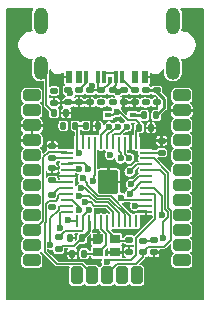
<source format=gbr>
%TF.GenerationSoftware,KiCad,Pcbnew,7.0.6*%
%TF.CreationDate,2023-08-08T22:31:42+02:00*%
%TF.ProjectId,epi_JLC,6570695f-4a4c-4432-9e6b-696361645f70,1_2_0*%
%TF.SameCoordinates,Original*%
%TF.FileFunction,Copper,L1,Top*%
%TF.FilePolarity,Positive*%
%FSLAX46Y46*%
G04 Gerber Fmt 4.6, Leading zero omitted, Abs format (unit mm)*
G04 Created by KiCad (PCBNEW 7.0.6) date 2023-08-08 22:31:42*
%MOMM*%
%LPD*%
G01*
G04 APERTURE LIST*
G04 Aperture macros list*
%AMRoundRect*
0 Rectangle with rounded corners*
0 $1 Rounding radius*
0 $2 $3 $4 $5 $6 $7 $8 $9 X,Y pos of 4 corners*
0 Add a 4 corners polygon primitive as box body*
4,1,4,$2,$3,$4,$5,$6,$7,$8,$9,$2,$3,0*
0 Add four circle primitives for the rounded corners*
1,1,$1+$1,$2,$3*
1,1,$1+$1,$4,$5*
1,1,$1+$1,$6,$7*
1,1,$1+$1,$8,$9*
0 Add four rect primitives between the rounded corners*
20,1,$1+$1,$2,$3,$4,$5,0*
20,1,$1+$1,$4,$5,$6,$7,0*
20,1,$1+$1,$6,$7,$8,$9,0*
20,1,$1+$1,$8,$9,$2,$3,0*%
%AMOutline5P*
0 Free polygon, 5 corners , with rotation*
0 The origin of the aperture is its center*
0 number of corners: always 5*
0 $1 to $10 corner X, Y*
0 $11 Rotation angle, in degrees counterclockwise*
0 create outline with 5 corners*
4,1,5,$1,$2,$3,$4,$5,$6,$7,$8,$9,$10,$1,$2,$11*%
%AMOutline6P*
0 Free polygon, 6 corners , with rotation*
0 The origin of the aperture is its center*
0 number of corners: always 6*
0 $1 to $12 corner X, Y*
0 $13 Rotation angle, in degrees counterclockwise*
0 create outline with 6 corners*
4,1,6,$1,$2,$3,$4,$5,$6,$7,$8,$9,$10,$11,$12,$1,$2,$13*%
%AMOutline7P*
0 Free polygon, 7 corners , with rotation*
0 The origin of the aperture is its center*
0 number of corners: always 7*
0 $1 to $14 corner X, Y*
0 $15 Rotation angle, in degrees counterclockwise*
0 create outline with 7 corners*
4,1,7,$1,$2,$3,$4,$5,$6,$7,$8,$9,$10,$11,$12,$13,$14,$1,$2,$15*%
%AMOutline8P*
0 Free polygon, 8 corners , with rotation*
0 The origin of the aperture is its center*
0 number of corners: always 8*
0 $1 to $16 corner X, Y*
0 $17 Rotation angle, in degrees counterclockwise*
0 create outline with 8 corners*
4,1,8,$1,$2,$3,$4,$5,$6,$7,$8,$9,$10,$11,$12,$13,$14,$15,$16,$1,$2,$17*%
G04 Aperture macros list end*
%TA.AperFunction,SMDPad,CuDef*%
%ADD10RoundRect,0.135000X-0.185000X0.135000X-0.185000X-0.135000X0.185000X-0.135000X0.185000X0.135000X0*%
%TD*%
%TA.AperFunction,SMDPad,CuDef*%
%ADD11R,0.900000X0.800000*%
%TD*%
%TA.AperFunction,SMDPad,CuDef*%
%ADD12Outline5P,-0.450000X0.400000X0.450000X0.400000X0.450000X-0.160000X0.210000X-0.400000X-0.450000X-0.400000X0.000000*%
%TD*%
%TA.AperFunction,SMDPad,CuDef*%
%ADD13RoundRect,0.135000X0.185000X-0.135000X0.185000X0.135000X-0.185000X0.135000X-0.185000X-0.135000X0*%
%TD*%
%TA.AperFunction,SMDPad,CuDef*%
%ADD14RoundRect,0.135000X-0.135000X-0.185000X0.135000X-0.185000X0.135000X0.185000X-0.135000X0.185000X0*%
%TD*%
%TA.AperFunction,SMDPad,CuDef*%
%ADD15RoundRect,0.062500X-0.475000X-0.062500X0.475000X-0.062500X0.475000X0.062500X-0.475000X0.062500X0*%
%TD*%
%TA.AperFunction,SMDPad,CuDef*%
%ADD16RoundRect,0.062500X-0.062500X-0.475000X0.062500X-0.475000X0.062500X0.475000X-0.062500X0.475000X0*%
%TD*%
%TA.AperFunction,SMDPad,CuDef*%
%ADD17RoundRect,0.175000X-0.700000X-0.825000X0.700000X-0.825000X0.700000X0.825000X-0.700000X0.825000X0*%
%TD*%
%TA.AperFunction,SMDPad,CuDef*%
%ADD18RoundRect,0.147500X-0.172500X0.147500X-0.172500X-0.147500X0.172500X-0.147500X0.172500X0.147500X0*%
%TD*%
%TA.AperFunction,CastellatedPad*%
%ADD19RoundRect,0.250000X-0.500000X-0.250000X0.500000X-0.250000X0.500000X0.250000X-0.500000X0.250000X0*%
%TD*%
%TA.AperFunction,CastellatedPad*%
%ADD20RoundRect,0.250000X-0.250000X0.500000X-0.250000X-0.500000X0.250000X-0.500000X0.250000X0.500000X0*%
%TD*%
%TA.AperFunction,SMDPad,CuDef*%
%ADD21RoundRect,0.135000X0.135000X0.185000X-0.135000X0.185000X-0.135000X-0.185000X0.135000X-0.185000X0*%
%TD*%
%TA.AperFunction,SMDPad,CuDef*%
%ADD22R,0.615500X1.000000*%
%TD*%
%TA.AperFunction,SMDPad,CuDef*%
%ADD23R,0.307750X1.000000*%
%TD*%
%TA.AperFunction,SMDPad,CuDef*%
%ADD24R,0.307750X0.500000*%
%TD*%
%TA.AperFunction,SMDPad,CuDef*%
%ADD25R,0.307750X1.000860*%
%TD*%
%TA.AperFunction,ComponentPad*%
%ADD26O,1.200000X2.000000*%
%TD*%
%TA.AperFunction,ComponentPad*%
%ADD27O,1.200000X2.300000*%
%TD*%
%TA.AperFunction,SMDPad,CuDef*%
%ADD28R,0.600000X0.450000*%
%TD*%
%TA.AperFunction,ViaPad*%
%ADD29C,0.600000*%
%TD*%
%TA.AperFunction,Conductor*%
%ADD30C,0.250000*%
%TD*%
%TA.AperFunction,Conductor*%
%ADD31C,0.130000*%
%TD*%
G04 APERTURE END LIST*
D10*
%TO.P,C8,1*%
%TO.N,GND*%
X99650000Y-65090000D03*
%TO.P,C8,2*%
%TO.N,Net-(U1-UCAP)*%
X99650000Y-66110000D03*
%TD*%
%TO.P,C9,1*%
%TO.N,GND*%
X99654422Y-63190000D03*
%TO.P,C9,2*%
%TO.N,+5V*%
X99654422Y-64210000D03*
%TD*%
%TO.P,RV1,1*%
%TO.N,Net-(J4-D--PadA7)*%
X105683220Y-58490000D03*
%TO.P,RV1,2*%
%TO.N,GND*%
X105683220Y-59510000D03*
%TD*%
D11*
%TO.P,Y1,1,1*%
%TO.N,Net-(U1-XTAL2)*%
X103554422Y-72200000D03*
%TO.P,Y1,2,2*%
%TO.N,GND*%
X104954422Y-72200000D03*
%TO.P,Y1,3,3*%
%TO.N,Net-(U1-XTAL1)*%
X104954422Y-71100000D03*
D12*
%TO.P,Y1,4,4*%
%TO.N,GND*%
X103554422Y-71100000D03*
%TD*%
D10*
%TO.P,C1,1*%
%TO.N,Net-(J4-SHIELD)*%
X99800000Y-58520000D03*
%TO.P,C1,2*%
%TO.N,GND*%
X99800000Y-59540000D03*
%TD*%
D13*
%TO.P,R4,1*%
%TO.N,GND*%
X101923220Y-59510000D03*
%TO.P,R4,2*%
%TO.N,Net-(J4-CC2)*%
X101923220Y-58490000D03*
%TD*%
D14*
%TO.P,R3,1*%
%TO.N,Net-(J4-SHIELD)*%
X99800000Y-60400000D03*
%TO.P,R3,2*%
%TO.N,GND*%
X100820000Y-60400000D03*
%TD*%
D15*
%TO.P,U1,1,PE6*%
%TO.N,D7*%
X100935720Y-63750000D03*
%TO.P,U1,2,UVCC*%
%TO.N,+5V*%
X100935720Y-64250000D03*
%TO.P,U1,3,D-*%
%TO.N,D-*%
X100935720Y-64750000D03*
%TO.P,U1,4,D+*%
%TO.N,D+*%
X100935720Y-65250000D03*
%TO.P,U1,5,UGND*%
%TO.N,GND*%
X100935720Y-65750000D03*
%TO.P,U1,6,UCAP*%
%TO.N,Net-(U1-UCAP)*%
X100935720Y-66250000D03*
%TO.P,U1,7,VBUS*%
%TO.N,+5V*%
X100935720Y-66750000D03*
%TO.P,U1,8,PB0*%
%TO.N,D17{slash}SS*%
X100935720Y-67250000D03*
%TO.P,U1,9,PB1*%
%TO.N,D15{slash}SCK*%
X100935720Y-67750000D03*
%TO.P,U1,10,PB2*%
%TO.N,D16{slash}MOSI*%
X100935720Y-68250000D03*
%TO.P,U1,11,PB3*%
%TO.N,D14{slash}MISO*%
X100935720Y-68750000D03*
D16*
%TO.P,U1,12,PB7*%
%TO.N,D11*%
X101773220Y-69587500D03*
%TO.P,U1,13,~{RESET}*%
%TO.N,RST*%
X102273220Y-69587500D03*
%TO.P,U1,14,VCC*%
%TO.N,+5V*%
X102773220Y-69587500D03*
%TO.P,U1,15,GND*%
%TO.N,GND*%
X103273220Y-69587500D03*
%TO.P,U1,16,XTAL2*%
%TO.N,Net-(U1-XTAL2)*%
X103773220Y-69587500D03*
%TO.P,U1,17,XTAL1*%
%TO.N,Net-(U1-XTAL1)*%
X104273220Y-69587500D03*
%TO.P,U1,18,PD0*%
%TO.N,D3{slash}SCL*%
X104773220Y-69587500D03*
%TO.P,U1,19,PD1*%
%TO.N,D2{slash}SDA*%
X105273220Y-69587500D03*
%TO.P,U1,20,PD2*%
%TO.N,D0{slash}RX*%
X105773220Y-69587500D03*
%TO.P,U1,21,PD3*%
%TO.N,D1{slash}TX*%
X106273220Y-69587500D03*
%TO.P,U1,22,PD5*%
%TO.N,unconnected-(U1-PD5-Pad22)*%
X106773220Y-69587500D03*
D15*
%TO.P,U1,23,GND*%
%TO.N,GND*%
X107610720Y-68750000D03*
%TO.P,U1,24,AVCC*%
%TO.N,Net-(C2-Pad2)*%
X107610720Y-68250000D03*
%TO.P,U1,25,PD4*%
%TO.N,D4*%
X107610720Y-67750000D03*
%TO.P,U1,26,PD6*%
%TO.N,D12*%
X107610720Y-67250000D03*
%TO.P,U1,27,PD7*%
%TO.N,D6*%
X107610720Y-66750000D03*
%TO.P,U1,28,PB4*%
%TO.N,D8*%
X107610720Y-66250000D03*
%TO.P,U1,29,PB5*%
%TO.N,D9*%
X107610720Y-65750000D03*
%TO.P,U1,30,PB6*%
%TO.N,D10*%
X107610720Y-65250000D03*
%TO.P,U1,31,PC6*%
%TO.N,D5*%
X107610720Y-64750000D03*
%TO.P,U1,32,PC7*%
%TO.N,D13*%
X107610720Y-64250000D03*
%TO.P,U1,33,~{HWB}/PE2*%
%TO.N,Net-(U1-~{HWB}{slash}PE2)*%
X107610720Y-63750000D03*
D16*
%TO.P,U1,34,VCC*%
%TO.N,+5V*%
X106773220Y-62912500D03*
%TO.P,U1,35,GND*%
%TO.N,GND*%
X106273220Y-62912500D03*
%TO.P,U1,36,PF7*%
%TO.N,A0*%
X105773220Y-62912500D03*
%TO.P,U1,37,PF6*%
%TO.N,A1*%
X105273220Y-62912500D03*
%TO.P,U1,38,PF5*%
%TO.N,A2*%
X104773220Y-62912500D03*
%TO.P,U1,39,PF4*%
%TO.N,A3*%
X104273220Y-62912500D03*
%TO.P,U1,40,PF1*%
%TO.N,A4*%
X103773220Y-62912500D03*
%TO.P,U1,41,PF0*%
%TO.N,A5*%
X103273220Y-62912500D03*
%TO.P,U1,42,AREF*%
%TO.N,unconnected-(U1-AREF-Pad42)*%
X102773220Y-62912500D03*
%TO.P,U1,43,GND*%
%TO.N,GND*%
X102273220Y-62912500D03*
%TO.P,U1,44,AVCC*%
%TO.N,Net-(C2-Pad2)*%
X101773220Y-62912500D03*
D17*
%TO.P,U1,45,GND*%
%TO.N,GND*%
X104398220Y-66250000D03*
%TD*%
D18*
%TO.P,D1,1,K*%
%TO.N,Net-(D1-K)*%
X107300000Y-71215000D03*
%TO.P,D1,2,A*%
%TO.N,D13*%
X107300000Y-72185000D03*
%TD*%
D10*
%TO.P,R2,1*%
%TO.N,Net-(J4-D--PadA7)*%
X104750000Y-58490000D03*
%TO.P,R2,2*%
%TO.N,D-*%
X104750000Y-59510000D03*
%TD*%
D13*
%TO.P,R6,1*%
%TO.N,+5V*%
X100200000Y-71910000D03*
%TO.P,R6,2*%
%TO.N,RST*%
X100200000Y-70890000D03*
%TD*%
%TO.P,R7,1*%
%TO.N,Net-(U1-~{HWB}{slash}PE2)*%
X108900000Y-63760000D03*
%TO.P,R7,2*%
%TO.N,GND*%
X108900000Y-62740000D03*
%TD*%
%TO.P,RV3,1*%
%TO.N,GND*%
X100983220Y-59510000D03*
%TO.P,RV3,2*%
%TO.N,Net-(FB1-Pad1)*%
X100983220Y-58490000D03*
%TD*%
D10*
%TO.P,R1,1*%
%TO.N,Net-(J4-D+-PadA6)*%
X103800000Y-58490000D03*
%TO.P,R1,2*%
%TO.N,D+*%
X103800000Y-59510000D03*
%TD*%
%TO.P,RV2,1*%
%TO.N,Net-(J4-D+-PadA6)*%
X102863220Y-58490000D03*
%TO.P,RV2,2*%
%TO.N,GND*%
X102863220Y-59510000D03*
%TD*%
D14*
%TO.P,C6,1*%
%TO.N,GND*%
X101344422Y-72300000D03*
%TO.P,C6,2*%
%TO.N,Net-(U1-XTAL2)*%
X102364422Y-72300000D03*
%TD*%
D19*
%TO.P,J1,1,Pin_1*%
%TO.N,D1{slash}TX*%
X97923220Y-58920000D03*
%TO.P,J1,2,Pin_2*%
%TO.N,D0{slash}RX*%
X97923220Y-60190000D03*
%TO.P,J1,3,Pin_3*%
%TO.N,GND*%
X97923220Y-61460000D03*
%TO.P,J1,4,Pin_4*%
X97923220Y-62730000D03*
%TO.P,J1,5,Pin_5*%
%TO.N,D2{slash}SDA*%
X97923220Y-64000000D03*
%TO.P,J1,6,Pin_6*%
%TO.N,D3{slash}SCL*%
X97923220Y-65270000D03*
%TO.P,J1,7,Pin_7*%
%TO.N,D4*%
X97923220Y-66540000D03*
%TO.P,J1,8,Pin_8*%
%TO.N,D5*%
X97923220Y-67810000D03*
%TO.P,J1,9,Pin_9*%
%TO.N,D6*%
X97923220Y-69080000D03*
%TO.P,J1,10,Pin_10*%
%TO.N,D7*%
X97923220Y-70350000D03*
%TO.P,J1,11,Pin_11*%
%TO.N,D8*%
X97923220Y-71620000D03*
%TO.P,J1,12,Pin_12*%
%TO.N,D9*%
X97923220Y-72890000D03*
%TD*%
D20*
%TO.P,J3,1,Pin_1*%
%TO.N,D11*%
X106813220Y-74160000D03*
%TO.P,J3,2,Pin_2*%
%TO.N,D12*%
X105543220Y-74160000D03*
%TO.P,J3,3,Pin_3*%
%TO.N,D13*%
X104273220Y-74160000D03*
%TO.P,J3,4,Pin_4*%
%TO.N,D17{slash}SS*%
X103003220Y-74160000D03*
%TO.P,J3,5,Pin_5*%
%TO.N,A5*%
X101733220Y-74160000D03*
%TD*%
D10*
%TO.P,C7,1*%
%TO.N,Net-(C7-Pad1)*%
X108500000Y-58490000D03*
%TO.P,C7,2*%
%TO.N,GND*%
X108500000Y-59510000D03*
%TD*%
%TO.P,C4,1*%
%TO.N,+5V*%
X99650000Y-67340000D03*
%TO.P,C4,2*%
%TO.N,GND*%
X99650000Y-68360000D03*
%TD*%
D21*
%TO.P,C2,1*%
%TO.N,GND*%
X103490000Y-61500000D03*
%TO.P,C2,2*%
%TO.N,Net-(C2-Pad2)*%
X102470000Y-61500000D03*
%TD*%
D14*
%TO.P,R9,1*%
%TO.N,+5V*%
X100590000Y-61500000D03*
%TO.P,R9,2*%
%TO.N,Net-(C2-Pad2)*%
X101610000Y-61500000D03*
%TD*%
D10*
%TO.P,R8,1*%
%TO.N,Net-(D1-K)*%
X108250000Y-71190000D03*
%TO.P,R8,2*%
%TO.N,GND*%
X108250000Y-72210000D03*
%TD*%
D13*
%TO.P,FB1,1*%
%TO.N,Net-(FB1-Pad1)*%
X107563220Y-59510000D03*
%TO.P,FB1,2*%
%TO.N,Net-(C7-Pad1)*%
X107563220Y-58490000D03*
%TD*%
D22*
%TO.P,J4,A1,GND*%
%TO.N,GND*%
X107473220Y-57341500D03*
X101073220Y-57341500D03*
%TO.P,J4,A4,VBUS*%
%TO.N,Net-(FB1-Pad1)*%
X106673220Y-57341500D03*
D23*
%TO.P,J4,A5,CC1*%
%TO.N,Net-(J4-CC1)*%
X105524143Y-57341500D03*
D24*
%TO.P,J4,A6,D+*%
%TO.N,Net-(J4-D+-PadA6)*%
X104523190Y-57591500D03*
D25*
%TO.P,J4,A7,D-*%
%TO.N,Net-(J4-D--PadA7)*%
X104024389Y-57341930D03*
D22*
%TO.P,J4,A9,VBUS*%
%TO.N,Net-(FB1-Pad1)*%
X101873220Y-57341500D03*
D23*
%TO.P,J4,B5,CC2*%
%TO.N,Net-(J4-CC2)*%
X102521031Y-57341500D03*
%TO.P,J4,B6,D+*%
%TO.N,Net-(J4-D+-PadA6)*%
X103523912Y-57342360D03*
%TO.P,J4,B7,D-*%
%TO.N,Net-(J4-D--PadA7)*%
X105023667Y-57341500D03*
D26*
%TO.P,J4,S1,SHIELD*%
%TO.N,Net-(J4-SHIELD)*%
X98673220Y-56591500D03*
%TO.P,J4,S2*%
%TO.N,N/C*%
X109873220Y-56591500D03*
D27*
X109873220Y-52591500D03*
X98673220Y-52591500D03*
%TD*%
D14*
%TO.P,C3,1*%
%TO.N,GND*%
X101144422Y-71000000D03*
%TO.P,C3,2*%
%TO.N,+5V*%
X102164422Y-71000000D03*
%TD*%
D13*
%TO.P,C5,1*%
%TO.N,GND*%
X106154422Y-72150000D03*
%TO.P,C5,2*%
%TO.N,Net-(U1-XTAL1)*%
X106154422Y-71130000D03*
%TD*%
D14*
%TO.P,C10,1*%
%TO.N,+5V*%
X106990000Y-61650000D03*
%TO.P,C10,2*%
%TO.N,GND*%
X108010000Y-61650000D03*
%TD*%
D10*
%TO.P,R5,1*%
%TO.N,Net-(J4-CC1)*%
X106623220Y-58490000D03*
%TO.P,R5,2*%
%TO.N,GND*%
X106623220Y-59510000D03*
%TD*%
D21*
%TO.P,F1,1*%
%TO.N,Net-(C7-Pad1)*%
X108460000Y-60600000D03*
%TO.P,F1,2*%
%TO.N,Net-(D2-A)*%
X107440000Y-60600000D03*
%TD*%
D28*
%TO.P,D2,1,K*%
%TO.N,+5V*%
X104350000Y-60597500D03*
%TO.P,D2,2,A*%
%TO.N,Net-(D2-A)*%
X106450000Y-60597500D03*
%TD*%
D19*
%TO.P,J2,1,Pin_1*%
%TO.N,+5V*%
X110623220Y-58920000D03*
%TO.P,J2,2,Pin_2*%
%TO.N,GND*%
X110623220Y-60190000D03*
%TO.P,J2,3,Pin_3*%
%TO.N,RST*%
X110623220Y-61460000D03*
%TO.P,J2,4,Pin_4*%
%TO.N,A4*%
X110623220Y-62730000D03*
%TO.P,J2,5,Pin_5*%
%TO.N,A3*%
X110623220Y-64000000D03*
%TO.P,J2,6,Pin_6*%
%TO.N,A2*%
X110623220Y-65270000D03*
%TO.P,J2,7,Pin_7*%
%TO.N,A1*%
X110623220Y-66540000D03*
%TO.P,J2,8,Pin_8*%
%TO.N,A0*%
X110623220Y-67810000D03*
%TO.P,J2,9,Pin_9*%
%TO.N,D15{slash}SCK*%
X110623220Y-69080000D03*
%TO.P,J2,10,Pin_10*%
%TO.N,D14{slash}MISO*%
X110623220Y-70350000D03*
%TO.P,J2,11,Pin_11*%
%TO.N,D16{slash}MOSI*%
X110623220Y-71620000D03*
%TO.P,J2,12,Pin_12*%
%TO.N,D10*%
X110623220Y-72890000D03*
%TD*%
D29*
%TO.N,+5V*%
X99650000Y-67340000D03*
X102155500Y-71000000D03*
X105100000Y-60300000D03*
X100575500Y-61500000D03*
X99654422Y-64210000D03*
%TO.N,GND*%
X104400000Y-66300000D03*
X101073220Y-57341500D03*
X109100000Y-72350000D03*
X107600000Y-69350000D03*
X106150000Y-72150000D03*
X101350000Y-72300000D03*
X101150000Y-71000000D03*
X99645531Y-65097634D03*
X99649500Y-68351092D03*
%TO.N,Net-(C2-Pad2)*%
X106674363Y-68250000D03*
X101922720Y-63810223D03*
%TO.N,RST*%
X102756849Y-68620500D03*
X104550000Y-63950000D03*
%TO.N,D1{slash}TX*%
X102238388Y-65933364D03*
%TO.N,D0{slash}RX*%
X102109022Y-66721135D03*
%TO.N,A4*%
X104450000Y-61550000D03*
%TO.N,Net-(J4-D+-PadA6)*%
X103021062Y-58150000D03*
%TO.N,D+*%
X103800000Y-59510000D03*
X101915140Y-65114500D03*
%TO.N,D-*%
X102664500Y-65114500D03*
X104750000Y-59510000D03*
%TO.N,D15{slash}SCK*%
X101913083Y-68588627D03*
%TO.N,D16{slash}MOSI*%
X99494500Y-71550000D03*
%TO.N,D14{slash}MISO*%
X100269176Y-70121494D03*
%TO.N,D3{slash}SCL*%
X102444172Y-67931922D03*
%TO.N,D2{slash}SDA*%
X101891403Y-67417422D03*
%TO.N,Net-(J4-D--PadA7)*%
X105200000Y-58600000D03*
%TO.N,D4*%
X105460703Y-67583535D03*
%TO.N,D6*%
X108923720Y-69000000D03*
%TO.N,D8*%
X106228223Y-67235500D03*
%TO.N,D9*%
X106324500Y-66424003D03*
%TO.N,D5*%
X106200000Y-65355500D03*
%TO.N,D10*%
X109049648Y-71000352D03*
%TO.N,A0*%
X106165541Y-64241045D03*
%TO.N,A1*%
X105436113Y-64251505D03*
%TO.N,A2*%
X105949503Y-61550000D03*
%TO.N,A3*%
X105200000Y-61550000D03*
%TO.N,A5*%
X103087118Y-66185688D03*
%TO.N,Net-(J4-SHIELD)*%
X99800000Y-58550000D03*
%TO.N,D11*%
X100984191Y-69433000D03*
%TO.N,D12*%
X104250000Y-72980500D03*
%TO.N,Net-(FB1-Pad1)*%
X107563220Y-59510000D03*
X101167581Y-58751539D03*
X101873220Y-57341500D03*
X106673220Y-57341500D03*
%TD*%
D30*
%TO.N,+5V*%
X102773220Y-70382280D02*
X102773220Y-69587500D01*
D31*
X107034422Y-61284422D02*
X107034422Y-61700000D01*
D30*
X102155500Y-71000000D02*
X102773220Y-70382280D01*
D31*
X102155500Y-71000000D02*
X101505500Y-71650000D01*
X101505500Y-71650000D02*
X100460000Y-71650000D01*
X105350000Y-60300000D02*
X106067500Y-61017500D01*
X100240000Y-66750000D02*
X100935720Y-66750000D01*
X100460000Y-71650000D02*
X100200000Y-71910000D01*
X106767500Y-61017500D02*
X107034422Y-61284422D01*
X104802500Y-60597500D02*
X104350000Y-60597500D01*
X105100000Y-60300000D02*
X105350000Y-60300000D01*
X99654422Y-64210000D02*
X99694422Y-64250000D01*
X107034422Y-61700000D02*
X106773220Y-61961202D01*
X105100000Y-60300000D02*
X104802500Y-60597500D01*
X99654422Y-64210000D02*
X99654422Y-64019117D01*
X99694422Y-64250000D02*
X100935720Y-64250000D01*
X106773220Y-61961202D02*
X106773220Y-62912500D01*
X99650000Y-67340000D02*
X100240000Y-66750000D01*
X106067500Y-61017500D02*
X106767500Y-61017500D01*
X99650000Y-67340000D02*
X99650000Y-67230000D01*
%TO.N,Net-(C2-Pad2)*%
X101773220Y-61500000D02*
X102500000Y-61500000D01*
X101773220Y-63660723D02*
X101773220Y-62912500D01*
X106674363Y-68250000D02*
X107610720Y-68250000D01*
X101922720Y-63810223D02*
X101773220Y-63660723D01*
X101773220Y-62912500D02*
X101773220Y-61500000D01*
%TO.N,Net-(U1-XTAL1)*%
X106154422Y-71220000D02*
X105024422Y-71220000D01*
X104954422Y-70954422D02*
X104273220Y-70273220D01*
X104273220Y-70273220D02*
X104273220Y-69587500D01*
X104954422Y-71150000D02*
X104954422Y-70954422D01*
X105024422Y-71220000D02*
X104954422Y-71150000D01*
%TO.N,RST*%
X100200000Y-70890000D02*
X100725000Y-70365000D01*
X100725000Y-70365000D02*
X102135000Y-70365000D01*
X102273220Y-70226780D02*
X102273220Y-69587500D01*
X102135000Y-70365000D02*
X102273220Y-70226780D01*
X102273220Y-69587500D02*
X102273220Y-69126780D01*
X102273220Y-69126780D02*
X102756849Y-68643151D01*
%TO.N,D1{slash}TX*%
X104600000Y-67450000D02*
X106273220Y-69123220D01*
X103549961Y-67450000D02*
X104600000Y-67450000D01*
X102238388Y-65933364D02*
X102599158Y-66294134D01*
X102599158Y-66499197D02*
X103549961Y-67450000D01*
X106273220Y-69123220D02*
X106273220Y-69587500D01*
X102599158Y-66294134D02*
X102599158Y-66499197D01*
%TO.N,D0{slash}RX*%
X104492304Y-67710000D02*
X105773220Y-68990916D01*
X102109022Y-66721135D02*
X102453400Y-66721135D01*
X102453400Y-66721135D02*
X103442266Y-67710001D01*
X105773220Y-68990916D02*
X105773220Y-69587500D01*
X103442266Y-67710001D02*
X104492304Y-67710000D01*
%TO.N,A4*%
X104450000Y-61550000D02*
X103773220Y-62226780D01*
X103773220Y-62226780D02*
X103773220Y-62912500D01*
%TO.N,Net-(U1-XTAL2)*%
X104199422Y-70619228D02*
X103773220Y-70193026D01*
X103504422Y-72300000D02*
X104199422Y-71605000D01*
X102334422Y-72300000D02*
X103504422Y-72300000D01*
X103773220Y-70193026D02*
X103773220Y-69587500D01*
X104199422Y-71605000D02*
X104199422Y-70619228D01*
%TO.N,Net-(U1-UCAP)*%
X99654422Y-66080000D02*
X99824422Y-66250000D01*
X99824422Y-66250000D02*
X100935720Y-66250000D01*
%TO.N,Net-(D1-K)*%
X107300000Y-71215000D02*
X108225000Y-71215000D01*
X108225000Y-71215000D02*
X108250000Y-71190000D01*
D30*
%TO.N,Net-(D2-A)*%
X107462500Y-60597500D02*
X107465000Y-60600000D01*
X106450000Y-60597500D02*
X107462500Y-60597500D01*
D31*
%TO.N,D17{slash}SS*%
X100300000Y-67250000D02*
X100165000Y-67385000D01*
X100165000Y-67385000D02*
X100165000Y-67611690D01*
X100165000Y-67611690D02*
X99926690Y-67850000D01*
X99135000Y-69615241D02*
X99000000Y-69750241D01*
X100935720Y-67250000D02*
X100300000Y-67250000D01*
X103003220Y-74008249D02*
X103003220Y-74160000D01*
X99926690Y-67850000D02*
X99373310Y-67850000D01*
X99000000Y-72150000D02*
X100035000Y-73185000D01*
X100035000Y-73185000D02*
X102179971Y-73185000D01*
X99373310Y-67850000D02*
X99135000Y-68088310D01*
X99135000Y-68088310D02*
X99135000Y-69615241D01*
X99000000Y-69750241D02*
X99000000Y-72150000D01*
X102179971Y-73185000D02*
X103003220Y-74008249D01*
%TO.N,Net-(J4-CC1)*%
X106490000Y-58490000D02*
X106228220Y-58228220D01*
X105524143Y-57501806D02*
X105524143Y-57341500D01*
X106228220Y-58228220D02*
X106228220Y-58205883D01*
X106228220Y-58205883D02*
X105524143Y-57501806D01*
X106623220Y-58490000D02*
X106490000Y-58490000D01*
%TO.N,Net-(J4-D+-PadA6)*%
X103800000Y-58440000D02*
X103920883Y-58440000D01*
X103800000Y-58490000D02*
X103885528Y-58490000D01*
X103523912Y-58213912D02*
X103523912Y-57342360D01*
X102863220Y-58490000D02*
X103800000Y-58490000D01*
X104523190Y-57852338D02*
X104523190Y-57591500D01*
X103800000Y-58490000D02*
X103523912Y-58213912D01*
X103885528Y-58490000D02*
X104523190Y-57852338D01*
%TO.N,D+*%
X101915140Y-65114500D02*
X101779640Y-65250000D01*
X101779640Y-65250000D02*
X100935720Y-65250000D01*
%TO.N,D-*%
X101066220Y-64619500D02*
X100935720Y-64750000D01*
X102664500Y-65099922D02*
X102664500Y-64964500D01*
X102664500Y-64964500D02*
X102319500Y-64619500D01*
X102319500Y-64619500D02*
X101066220Y-64619500D01*
%TO.N,D7*%
X100860720Y-63675000D02*
X100935720Y-63750000D01*
X98875000Y-69507545D02*
X98875000Y-64160305D01*
X97923220Y-70350000D02*
X98032545Y-70350000D01*
X98032545Y-70350000D02*
X98875000Y-69507545D01*
X99360305Y-63675000D02*
X100860720Y-63675000D01*
X98875000Y-64160305D02*
X99360305Y-63675000D01*
%TO.N,D15{slash}SCK*%
X101337380Y-67750000D02*
X100935720Y-67750000D01*
X101913083Y-68325703D02*
X101337380Y-67750000D01*
X101379806Y-67750000D02*
X100935720Y-67750000D01*
X101913083Y-68588627D02*
X101913083Y-68325703D01*
%TO.N,D16{slash}MOSI*%
X100200000Y-68600000D02*
X100200000Y-68350000D01*
X100300000Y-68250000D02*
X100935720Y-68250000D01*
X100200000Y-68350000D02*
X100300000Y-68250000D01*
X99494500Y-71550000D02*
X99494500Y-69305500D01*
X99494500Y-69305500D02*
X100200000Y-68600000D01*
%TO.N,D14{slash}MISO*%
X100269176Y-68898520D02*
X100417696Y-68750000D01*
X100417696Y-68750000D02*
X100935720Y-68750000D01*
X100269176Y-70121494D02*
X100269176Y-68898520D01*
%TO.N,D3{slash}SCL*%
X103218589Y-68250000D02*
X104268628Y-68250000D01*
X104773220Y-68754592D02*
X104773220Y-69587500D01*
X102900511Y-67931922D02*
X103218589Y-68250000D01*
X102444172Y-67931922D02*
X102900511Y-67931922D01*
X104268628Y-68250000D02*
X104773220Y-68754592D01*
%TO.N,D2{slash}SDA*%
X103334569Y-67970000D02*
X104384608Y-67970000D01*
X101891403Y-67417422D02*
X102781991Y-67417422D01*
X102781991Y-67417422D02*
X103334569Y-67970000D01*
X105273220Y-68858612D02*
X105273220Y-69587500D01*
X104384608Y-67970000D02*
X105273220Y-68858612D01*
%TO.N,Net-(J4-D--PadA7)*%
X105023667Y-58000000D02*
X105023667Y-57341500D01*
X105023667Y-57188102D02*
X105023667Y-57341500D01*
X104750000Y-58490000D02*
X104750000Y-58273667D01*
X104024389Y-57341930D02*
X104024389Y-57186426D01*
X105513667Y-58490000D02*
X105683220Y-58490000D01*
X104750000Y-58273667D02*
X105023667Y-58000000D01*
X104885565Y-57050000D02*
X105023667Y-57188102D01*
X104024389Y-57186426D02*
X104160815Y-57050000D01*
X104160815Y-57050000D02*
X104885565Y-57050000D01*
%TO.N,D4*%
X105460703Y-67583535D02*
X105627168Y-67750000D01*
X105627168Y-67750000D02*
X107610720Y-67750000D01*
%TO.N,D6*%
X108923720Y-67423720D02*
X108250000Y-66750000D01*
X108923720Y-69000000D02*
X108923720Y-67423720D01*
X108250000Y-66750000D02*
X107610720Y-66750000D01*
%TO.N,D8*%
X106228223Y-67235500D02*
X106524720Y-66939003D01*
X106839500Y-66577134D02*
X107166634Y-66250000D01*
X106524720Y-66939003D02*
X106537820Y-66939003D01*
X107166634Y-66250000D02*
X107610720Y-66250000D01*
X106839500Y-66637323D02*
X106839500Y-66577134D01*
X106537820Y-66939003D02*
X106839500Y-66637323D01*
%TO.N,D9*%
X107020752Y-65750000D02*
X107610720Y-65750000D01*
X106346749Y-66424003D02*
X107020752Y-65750000D01*
X106324500Y-66424003D02*
X106346749Y-66424003D01*
%TO.N,D5*%
X106805500Y-64750000D02*
X107610720Y-64750000D01*
X106200000Y-65355500D02*
X106805500Y-64750000D01*
%TO.N,D10*%
X109418720Y-69231280D02*
X109418720Y-68794964D01*
X109049648Y-69600352D02*
X109418720Y-69231280D01*
X109418720Y-68794964D02*
X109183720Y-68559964D01*
X109183720Y-65633720D02*
X108800000Y-65250000D01*
X109183720Y-68559964D02*
X109183720Y-65633720D01*
X109049648Y-71000352D02*
X109049648Y-69600352D01*
X108800000Y-65250000D02*
X107610720Y-65250000D01*
%TO.N,Net-(J4-CC2)*%
X102521031Y-57892189D02*
X102521031Y-57341500D01*
X101923220Y-58490000D02*
X102521031Y-57892189D01*
%TO.N,A0*%
X106165541Y-64241045D02*
X105773220Y-63848724D01*
X105773220Y-63848724D02*
X105773220Y-62912500D01*
X105773220Y-62912500D02*
X105773220Y-63362889D01*
%TO.N,A1*%
X105273220Y-63623220D02*
X105273220Y-62912500D01*
X105436113Y-63786113D02*
X105273220Y-63623220D01*
X105436113Y-64251505D02*
X105436113Y-63786113D01*
%TO.N,A2*%
X104917732Y-62150000D02*
X104773220Y-62294512D01*
X104773220Y-62294512D02*
X104773220Y-62912500D01*
X105349503Y-62150000D02*
X104917732Y-62150000D01*
X105949503Y-61550000D02*
X105349503Y-62150000D01*
%TO.N,A3*%
X104505000Y-62045000D02*
X104273220Y-62276780D01*
X105200000Y-61550000D02*
X105150036Y-61550000D01*
X104273220Y-62276780D02*
X104273220Y-62912500D01*
X104655036Y-62045000D02*
X104505000Y-62045000D01*
X105150036Y-61550000D02*
X104655036Y-62045000D01*
%TO.N,A5*%
X103250000Y-65676089D02*
X103250000Y-62935720D01*
X103250000Y-62935720D02*
X103273220Y-62912500D01*
X103175000Y-66097806D02*
X103175000Y-65751089D01*
X103087118Y-66185688D02*
X103175000Y-66097806D01*
X103175000Y-65751089D02*
X103250000Y-65676089D01*
%TO.N,Net-(J4-SHIELD)*%
X99800000Y-60400000D02*
X99150000Y-59750000D01*
X99150000Y-59750000D02*
X99150000Y-57068280D01*
X99150000Y-57068280D02*
X98673220Y-56591500D01*
%TO.N,Net-(U1-~{HWB}{slash}PE2)*%
X108900000Y-63760000D02*
X108890000Y-63750000D01*
X108890000Y-63750000D02*
X107610720Y-63750000D01*
%TO.N,D11*%
X101138691Y-69587500D02*
X101773220Y-69587500D01*
X100984191Y-69433000D02*
X101138691Y-69587500D01*
%TO.N,D12*%
X104367000Y-72863500D02*
X106313775Y-72863500D01*
X108343220Y-67343220D02*
X108250000Y-67250000D01*
X104250000Y-72980500D02*
X104367000Y-72863500D01*
X106755000Y-70955632D02*
X108343220Y-69367412D01*
X108250000Y-67250000D02*
X107610720Y-67250000D01*
X108343220Y-69367412D02*
X108343220Y-67343220D01*
X106313775Y-72863500D02*
X106755000Y-72422275D01*
X106755000Y-72422275D02*
X106755000Y-70955632D01*
%TO.N,D13*%
X107770000Y-71715000D02*
X107300000Y-72185000D01*
X109678720Y-71121280D02*
X109085000Y-71715000D01*
X109085000Y-71715000D02*
X107770000Y-71715000D01*
X107300000Y-72185000D02*
X107300000Y-72600000D01*
X104273220Y-74008249D02*
X104273220Y-74160000D01*
X107610720Y-64250000D02*
X108250000Y-64250000D01*
X109443720Y-68452268D02*
X109678720Y-68687268D01*
X105096469Y-73185000D02*
X104273220Y-74008249D01*
X106715000Y-73185000D02*
X105096469Y-73185000D01*
X107300000Y-72600000D02*
X106715000Y-73185000D01*
X109443720Y-65443720D02*
X109443720Y-68452268D01*
X109678720Y-68687268D02*
X109678720Y-71121280D01*
X108250000Y-64250000D02*
X109443720Y-65443720D01*
D30*
%TO.N,Net-(C7-Pad1)*%
X109095000Y-59940000D02*
X109095000Y-59205172D01*
X108354828Y-58465000D02*
X107588220Y-58465000D01*
X109095000Y-59205172D02*
X108354828Y-58465000D01*
X108435000Y-60600000D02*
X109095000Y-59940000D01*
%TD*%
%TA.AperFunction,Conductor*%
%TO.N,GND*%
G36*
X98032665Y-51569245D02*
G01*
X98051410Y-51614500D01*
X98044603Y-51643223D01*
X97972640Y-51786512D01*
X97932720Y-51954948D01*
X97932720Y-53184628D01*
X97947773Y-53313426D01*
X97947775Y-53313434D01*
X97982416Y-53408611D01*
X97980281Y-53457547D01*
X97944167Y-53490640D01*
X97922277Y-53494500D01*
X97871581Y-53494500D01*
X97743730Y-53506347D01*
X97711767Y-53509309D01*
X97505792Y-53567914D01*
X97314107Y-53663362D01*
X97314104Y-53663364D01*
X97143215Y-53792411D01*
X96998941Y-53950672D01*
X96886208Y-54132741D01*
X96808848Y-54332428D01*
X96808846Y-54332437D01*
X96769500Y-54542924D01*
X96769500Y-54757075D01*
X96808846Y-54967562D01*
X96808848Y-54967571D01*
X96886208Y-55167258D01*
X96998941Y-55349327D01*
X97115586Y-55477281D01*
X97143215Y-55507588D01*
X97256962Y-55593484D01*
X97314102Y-55636634D01*
X97314103Y-55636634D01*
X97314104Y-55636635D01*
X97314107Y-55636637D01*
X97505792Y-55732085D01*
X97505794Y-55732085D01*
X97505797Y-55732087D01*
X97711768Y-55790691D01*
X97871581Y-55805500D01*
X97871585Y-55805500D01*
X97934677Y-55805500D01*
X97979932Y-55824245D01*
X97998677Y-55869500D01*
X97991870Y-55898220D01*
X97972641Y-55936510D01*
X97972640Y-55936512D01*
X97932720Y-56104948D01*
X97932720Y-57034628D01*
X97947773Y-57163426D01*
X97947775Y-57163437D01*
X98006980Y-57326098D01*
X98006982Y-57326103D01*
X98102100Y-57470723D01*
X98102102Y-57470726D01*
X98168942Y-57533785D01*
X98228014Y-57589516D01*
X98377926Y-57676068D01*
X98543758Y-57725715D01*
X98716569Y-57735780D01*
X98869387Y-57708833D01*
X98917209Y-57719435D01*
X98943528Y-57760747D01*
X98944500Y-57771861D01*
X98944500Y-59704212D01*
X98940909Y-59725348D01*
X98940541Y-59726399D01*
X98944299Y-59759755D01*
X98944500Y-59763341D01*
X98944500Y-59773155D01*
X98946682Y-59782719D01*
X98947282Y-59786255D01*
X98951042Y-59819615D01*
X98951042Y-59819617D01*
X98951638Y-59820565D01*
X98959839Y-59840363D01*
X98960088Y-59841454D01*
X98960089Y-59841456D01*
X98981011Y-59867690D01*
X98983090Y-59870620D01*
X98988315Y-59878936D01*
X98988317Y-59878938D01*
X98995256Y-59885878D01*
X98997649Y-59888555D01*
X99013571Y-59908520D01*
X99018578Y-59914798D01*
X99019585Y-59915283D01*
X99037066Y-59927687D01*
X99370755Y-60261376D01*
X99389500Y-60306631D01*
X99389500Y-60612134D01*
X99389501Y-60612135D01*
X99405483Y-60692491D01*
X99405483Y-60692492D01*
X99466376Y-60783624D01*
X99557505Y-60844515D01*
X99557507Y-60844516D01*
X99605634Y-60854088D01*
X99637867Y-60860500D01*
X99962132Y-60860499D01*
X99962134Y-60860499D01*
X99962134Y-60860498D01*
X100015462Y-60849891D01*
X100042491Y-60844516D01*
X100042492Y-60844516D01*
X100042492Y-60844515D01*
X100042495Y-60844515D01*
X100133624Y-60783624D01*
X100194515Y-60692495D01*
X100197391Y-60678040D01*
X100202693Y-60651380D01*
X100210500Y-60612133D01*
X100210500Y-60500000D01*
X100400000Y-60500000D01*
X100400000Y-60627555D01*
X100402764Y-60651380D01*
X100445803Y-60748853D01*
X100521146Y-60824196D01*
X100618619Y-60867235D01*
X100642444Y-60869999D01*
X100642446Y-60870000D01*
X100720000Y-60870000D01*
X100720000Y-60500000D01*
X100920000Y-60500000D01*
X100920000Y-60870000D01*
X100997554Y-60870000D01*
X100997555Y-60869999D01*
X101021380Y-60867235D01*
X101118853Y-60824196D01*
X101194196Y-60748853D01*
X101237235Y-60651380D01*
X101239999Y-60627555D01*
X101240000Y-60627553D01*
X101240000Y-60500000D01*
X100920000Y-60500000D01*
X100720000Y-60500000D01*
X100400000Y-60500000D01*
X100210500Y-60500000D01*
X100210499Y-60300000D01*
X100400000Y-60300000D01*
X101240000Y-60300000D01*
X101240000Y-60172446D01*
X101239999Y-60172444D01*
X101237235Y-60148619D01*
X101194196Y-60051146D01*
X101180945Y-60037895D01*
X101162200Y-59992640D01*
X101180945Y-59947385D01*
X101218825Y-59929066D01*
X101234599Y-59927235D01*
X101332073Y-59884196D01*
X101407965Y-59808305D01*
X101453220Y-59789560D01*
X101498475Y-59808305D01*
X101574366Y-59884196D01*
X101671839Y-59927235D01*
X101695664Y-59929999D01*
X101695666Y-59930000D01*
X101823220Y-59930000D01*
X101823220Y-59610000D01*
X102023220Y-59610000D01*
X102023220Y-59930000D01*
X102150774Y-59930000D01*
X102150775Y-59929999D01*
X102174600Y-59927235D01*
X102272073Y-59884196D01*
X102347965Y-59808305D01*
X102393220Y-59789560D01*
X102438475Y-59808305D01*
X102514366Y-59884196D01*
X102611839Y-59927235D01*
X102635664Y-59929999D01*
X102635666Y-59930000D01*
X102763220Y-59930000D01*
X102763220Y-59610000D01*
X102023220Y-59610000D01*
X101823220Y-59610000D01*
X100513220Y-59610000D01*
X100513220Y-59687555D01*
X100515984Y-59711380D01*
X100559023Y-59808853D01*
X100597170Y-59847000D01*
X100615915Y-59892255D01*
X100597170Y-59937510D01*
X100577767Y-59950801D01*
X100521149Y-59975801D01*
X100521146Y-59975803D01*
X100445803Y-60051146D01*
X100402764Y-60148619D01*
X100400000Y-60172444D01*
X100400000Y-60300000D01*
X100210499Y-60300000D01*
X100210499Y-60187868D01*
X100210499Y-60187865D01*
X100210498Y-60187864D01*
X100208737Y-60179012D01*
X100203103Y-60150682D01*
X100194516Y-60107508D01*
X100194516Y-60107507D01*
X100160179Y-60056119D01*
X100133624Y-60016376D01*
X100133623Y-60016375D01*
X100133470Y-60016222D01*
X100133386Y-60016021D01*
X100130122Y-60011135D01*
X100131093Y-60010485D01*
X100114725Y-59970967D01*
X100133470Y-59925712D01*
X100144419Y-59918217D01*
X100143961Y-59917548D01*
X100148853Y-59914196D01*
X100224196Y-59838853D01*
X100267235Y-59741380D01*
X100269999Y-59717555D01*
X100270000Y-59717553D01*
X100270000Y-59640000D01*
X99764000Y-59640000D01*
X99718745Y-59621255D01*
X99700000Y-59576000D01*
X99700000Y-59120000D01*
X99900000Y-59120000D01*
X99900000Y-59440000D01*
X100270000Y-59440000D01*
X100270000Y-59362446D01*
X100269999Y-59362444D01*
X100267235Y-59338619D01*
X100224196Y-59241146D01*
X100148853Y-59165803D01*
X100051380Y-59122764D01*
X100027555Y-59120000D01*
X99900000Y-59120000D01*
X99700000Y-59120000D01*
X99572444Y-59120000D01*
X99548619Y-59122764D01*
X99445721Y-59168199D01*
X99444360Y-59165118D01*
X99407607Y-59172790D01*
X99366623Y-59145963D01*
X99355499Y-59109906D01*
X99355499Y-58932681D01*
X99374244Y-58887428D01*
X99419499Y-58868683D01*
X99455054Y-58879468D01*
X99507505Y-58914515D01*
X99507507Y-58914516D01*
X99560650Y-58925086D01*
X99582765Y-58934015D01*
X99615128Y-58954814D01*
X99736666Y-58990500D01*
X99736667Y-58990500D01*
X99863333Y-58990500D01*
X99863334Y-58990500D01*
X99984872Y-58954814D01*
X100017237Y-58934013D01*
X100039347Y-58925085D01*
X100092495Y-58914515D01*
X100183624Y-58853624D01*
X100244515Y-58762495D01*
X100260500Y-58682133D01*
X100260499Y-58357868D01*
X100260499Y-58357865D01*
X100260498Y-58357864D01*
X100258961Y-58350138D01*
X100254532Y-58327867D01*
X100244516Y-58277508D01*
X100244516Y-58277507D01*
X100244499Y-58277482D01*
X100183624Y-58186376D01*
X100160700Y-58171058D01*
X100092494Y-58125484D01*
X100092492Y-58125483D01*
X100012136Y-58109500D01*
X100012133Y-58109500D01*
X99863335Y-58109500D01*
X99863334Y-58109500D01*
X99736666Y-58109500D01*
X99736663Y-58109500D01*
X99587865Y-58109500D01*
X99587864Y-58109501D01*
X99507508Y-58125483D01*
X99507504Y-58125485D01*
X99455056Y-58160530D01*
X99407014Y-58170086D01*
X99366286Y-58142872D01*
X99355500Y-58107316D01*
X99355500Y-57298093D01*
X99362307Y-57269371D01*
X99373799Y-57246490D01*
X99413720Y-57078052D01*
X99413720Y-56738596D01*
X99432465Y-56693342D01*
X99477720Y-56674597D01*
X99522975Y-56693342D01*
X99538586Y-56718818D01*
X99542648Y-56731317D01*
X99631390Y-56871152D01*
X99752120Y-56984526D01*
X99897252Y-57064313D01*
X99897256Y-57064314D01*
X100057661Y-57105499D01*
X100057665Y-57105499D01*
X100057667Y-57105500D01*
X100057668Y-57105500D01*
X100181718Y-57105500D01*
X100304782Y-57089954D01*
X100304783Y-57089953D01*
X100304788Y-57089953D01*
X100458775Y-57028985D01*
X100513852Y-56988968D01*
X100561481Y-56977534D01*
X100603247Y-57003127D01*
X100615470Y-57040746D01*
X100615470Y-57241500D01*
X101109220Y-57241500D01*
X101154475Y-57260245D01*
X101173220Y-57305500D01*
X101173220Y-57377500D01*
X101154475Y-57422755D01*
X101109220Y-57441500D01*
X100615471Y-57441500D01*
X100615471Y-57856273D01*
X100624173Y-57900026D01*
X100624174Y-57900028D01*
X100657324Y-57949642D01*
X100657327Y-57949645D01*
X100705289Y-57981692D01*
X100732503Y-58022420D01*
X100722947Y-58070462D01*
X100694232Y-58094031D01*
X100690730Y-58095481D01*
X100599595Y-58156376D01*
X100538704Y-58247505D01*
X100538703Y-58247507D01*
X100522720Y-58327864D01*
X100522720Y-58652134D01*
X100522721Y-58652135D01*
X100538703Y-58732491D01*
X100538703Y-58732492D01*
X100538704Y-58732494D01*
X100538705Y-58732495D01*
X100599596Y-58823624D01*
X100690725Y-58884515D01*
X100717250Y-58889791D01*
X100757978Y-58917003D01*
X100762979Y-58925969D01*
X100787994Y-58980745D01*
X100793201Y-58992146D01*
X100793634Y-58992820D01*
X100793715Y-58993272D01*
X100795100Y-58996304D01*
X100794325Y-58996657D01*
X100802323Y-59041027D01*
X100774380Y-59081258D01*
X100747165Y-59090985D01*
X100731842Y-59092762D01*
X100634366Y-59135803D01*
X100559023Y-59211146D01*
X100515984Y-59308619D01*
X100513220Y-59332444D01*
X100513220Y-59410000D01*
X101823220Y-59410000D01*
X101823220Y-59090000D01*
X102023220Y-59090000D01*
X102023220Y-59410000D01*
X102763220Y-59410000D01*
X102763220Y-59090000D01*
X102635664Y-59090000D01*
X102611839Y-59092764D01*
X102514366Y-59135803D01*
X102438475Y-59211694D01*
X102393220Y-59230439D01*
X102347965Y-59211694D01*
X102272073Y-59135803D01*
X102174600Y-59092764D01*
X102150775Y-59090000D01*
X102023220Y-59090000D01*
X101823220Y-59090000D01*
X101695664Y-59090000D01*
X101671839Y-59092764D01*
X101581460Y-59132671D01*
X101532490Y-59133802D01*
X101497062Y-59099975D01*
X101495931Y-59051005D01*
X101507241Y-59032213D01*
X101541962Y-58992142D01*
X101541961Y-58992142D01*
X101541964Y-58992140D01*
X101573377Y-58923353D01*
X101609227Y-58889976D01*
X101644078Y-58887171D01*
X101711087Y-58900500D01*
X102135352Y-58900499D01*
X102135354Y-58900499D01*
X102135354Y-58900498D01*
X102189194Y-58889790D01*
X102215711Y-58884516D01*
X102215712Y-58884516D01*
X102215712Y-58884515D01*
X102215715Y-58884515D01*
X102306844Y-58823624D01*
X102340006Y-58773993D01*
X102380734Y-58746780D01*
X102428776Y-58756336D01*
X102446434Y-58773994D01*
X102479594Y-58823622D01*
X102479595Y-58823623D01*
X102479596Y-58823624D01*
X102524494Y-58853624D01*
X102570725Y-58884515D01*
X102570727Y-58884516D01*
X102618854Y-58894088D01*
X102651087Y-58900500D01*
X103075352Y-58900499D01*
X103075354Y-58900499D01*
X103075354Y-58900498D01*
X103129194Y-58889790D01*
X103155711Y-58884516D01*
X103155712Y-58884516D01*
X103155712Y-58884515D01*
X103155715Y-58884515D01*
X103246844Y-58823624D01*
X103278396Y-58776402D01*
X103319124Y-58749190D01*
X103367167Y-58758746D01*
X103384824Y-58776403D01*
X103416376Y-58823624D01*
X103507505Y-58884515D01*
X103507507Y-58884516D01*
X103555634Y-58894088D01*
X103587867Y-58900500D01*
X104012132Y-58900499D01*
X104012134Y-58900499D01*
X104012134Y-58900498D01*
X104065974Y-58889790D01*
X104092491Y-58884516D01*
X104092492Y-58884516D01*
X104092492Y-58884515D01*
X104092495Y-58884515D01*
X104183624Y-58823624D01*
X104221786Y-58766510D01*
X104262514Y-58739297D01*
X104310556Y-58748853D01*
X104328214Y-58766511D01*
X104366374Y-58823622D01*
X104366375Y-58823623D01*
X104366376Y-58823624D01*
X104411274Y-58853624D01*
X104457505Y-58884515D01*
X104457507Y-58884516D01*
X104505634Y-58894088D01*
X104537867Y-58900500D01*
X104848290Y-58900499D01*
X104893545Y-58919244D01*
X104896657Y-58922587D01*
X104908564Y-58936328D01*
X104908567Y-58936331D01*
X104979100Y-58981660D01*
X105007036Y-59021896D01*
X104998339Y-59070101D01*
X104958103Y-59098037D01*
X104944499Y-59099500D01*
X104924709Y-59099500D01*
X104906679Y-59096908D01*
X104897347Y-59094168D01*
X104813334Y-59069500D01*
X104686666Y-59069500D01*
X104624566Y-59087733D01*
X104593317Y-59096908D01*
X104575289Y-59099500D01*
X104537865Y-59099500D01*
X104537863Y-59099501D01*
X104457508Y-59115483D01*
X104457507Y-59115483D01*
X104366375Y-59176376D01*
X104328213Y-59233489D01*
X104287484Y-59260702D01*
X104239442Y-59251146D01*
X104221785Y-59233488D01*
X104219748Y-59230440D01*
X104183624Y-59176376D01*
X104119908Y-59133802D01*
X104092494Y-59115484D01*
X104092492Y-59115483D01*
X104012136Y-59099500D01*
X104012133Y-59099500D01*
X103974709Y-59099500D01*
X103956679Y-59096908D01*
X103947347Y-59094168D01*
X103863334Y-59069500D01*
X103736666Y-59069500D01*
X103674566Y-59087733D01*
X103643317Y-59096908D01*
X103625289Y-59099500D01*
X103587865Y-59099500D01*
X103587863Y-59099501D01*
X103507508Y-59115483D01*
X103507507Y-59115483D01*
X103416375Y-59176376D01*
X103416374Y-59176377D01*
X103393490Y-59210625D01*
X103352761Y-59237838D01*
X103304719Y-59228280D01*
X103291620Y-59215329D01*
X103291610Y-59215340D01*
X103289848Y-59213578D01*
X103287473Y-59211230D01*
X103287414Y-59211144D01*
X103212073Y-59135803D01*
X103114600Y-59092764D01*
X103090775Y-59090000D01*
X102963220Y-59090000D01*
X102963220Y-59930000D01*
X103090774Y-59930000D01*
X103090775Y-59929999D01*
X103114600Y-59927235D01*
X103212073Y-59884196D01*
X103287415Y-59808854D01*
X103287476Y-59808766D01*
X103287556Y-59808713D01*
X103291610Y-59804660D01*
X103292464Y-59805514D01*
X103328514Y-59782022D01*
X103376444Y-59792130D01*
X103393492Y-59809376D01*
X103416374Y-59843622D01*
X103416375Y-59843623D01*
X103416376Y-59843624D01*
X103489157Y-59892255D01*
X103507505Y-59904515D01*
X103507507Y-59904516D01*
X103559191Y-59914796D01*
X103587867Y-59920500D01*
X103625288Y-59920499D01*
X103643319Y-59923090D01*
X103736666Y-59950500D01*
X103736668Y-59950500D01*
X103863333Y-59950500D01*
X103863334Y-59950500D01*
X103947755Y-59925712D01*
X103956682Y-59923091D01*
X103974712Y-59920499D01*
X104012134Y-59920499D01*
X104012134Y-59920498D01*
X104077256Y-59907546D01*
X104092491Y-59904516D01*
X104092492Y-59904516D01*
X104092492Y-59904515D01*
X104092495Y-59904515D01*
X104183624Y-59843624D01*
X104221786Y-59786510D01*
X104262514Y-59759297D01*
X104310556Y-59768853D01*
X104328214Y-59786511D01*
X104366374Y-59843622D01*
X104366375Y-59843623D01*
X104366376Y-59843624D01*
X104439157Y-59892255D01*
X104457505Y-59904515D01*
X104457507Y-59904516D01*
X104509191Y-59914796D01*
X104537867Y-59920500D01*
X104575288Y-59920499D01*
X104593319Y-59923090D01*
X104686666Y-59950500D01*
X104686669Y-59950500D01*
X104686672Y-59950501D01*
X104689195Y-59950864D01*
X104690456Y-59951612D01*
X104691058Y-59951789D01*
X104691012Y-59951942D01*
X104731321Y-59975859D01*
X104743434Y-60023321D01*
X104728457Y-60056119D01*
X104725621Y-60059391D01*
X104725616Y-60059399D01*
X104672996Y-60174620D01*
X104672638Y-60177115D01*
X104671897Y-60178362D01*
X104671707Y-60179012D01*
X104671541Y-60178963D01*
X104647638Y-60219239D01*
X104609290Y-60232000D01*
X104036160Y-60232000D01*
X103995179Y-60240151D01*
X103995177Y-60240151D01*
X103948705Y-60271204D01*
X103948704Y-60271205D01*
X103917650Y-60317679D01*
X103917649Y-60317682D01*
X103909500Y-60358655D01*
X103909500Y-60836339D01*
X103917651Y-60877320D01*
X103917651Y-60877322D01*
X103948704Y-60923794D01*
X103948705Y-60923795D01*
X103995179Y-60954849D01*
X103995182Y-60954850D01*
X104022373Y-60960258D01*
X104036159Y-60963000D01*
X104663840Y-60962999D01*
X104704821Y-60954849D01*
X104751295Y-60923795D01*
X104782349Y-60877321D01*
X104787619Y-60850824D01*
X104814830Y-60810096D01*
X104843221Y-60799712D01*
X104872118Y-60796457D01*
X104873064Y-60795862D01*
X104892870Y-60787658D01*
X104893956Y-60787411D01*
X104920208Y-60766473D01*
X104923113Y-60764412D01*
X104931437Y-60759184D01*
X104938384Y-60752235D01*
X104941048Y-60749854D01*
X104949343Y-60743239D01*
X104996412Y-60729681D01*
X105007272Y-60731869D01*
X105036666Y-60740500D01*
X105036667Y-60740500D01*
X105163333Y-60740500D01*
X105163334Y-60740500D01*
X105284872Y-60704814D01*
X105350649Y-60662540D01*
X105398854Y-60653843D01*
X105430505Y-60671126D01*
X105796529Y-61037150D01*
X105815274Y-61082405D01*
X105796529Y-61127660D01*
X105769311Y-61143811D01*
X105764634Y-61145184D01*
X105764629Y-61145186D01*
X105658070Y-61213668D01*
X105658067Y-61213671D01*
X105623118Y-61254004D01*
X105579316Y-61275929D01*
X105532839Y-61260459D01*
X105526383Y-61254003D01*
X105491434Y-61213670D01*
X105491432Y-61213668D01*
X105384872Y-61145186D01*
X105350181Y-61135000D01*
X105263334Y-61109500D01*
X105136666Y-61109500D01*
X105015128Y-61145186D01*
X105015126Y-61145186D01*
X104908567Y-61213668D01*
X104908565Y-61213670D01*
X104873368Y-61254290D01*
X104829565Y-61276216D01*
X104783089Y-61260747D01*
X104776632Y-61254290D01*
X104741434Y-61213670D01*
X104741432Y-61213668D01*
X104634872Y-61145186D01*
X104600181Y-61135000D01*
X104513334Y-61109500D01*
X104386666Y-61109500D01*
X104265128Y-61145186D01*
X104265126Y-61145186D01*
X104158567Y-61213668D01*
X104158565Y-61213670D01*
X104075618Y-61309395D01*
X104075616Y-61309399D01*
X104032216Y-61404433D01*
X103996366Y-61437811D01*
X103947413Y-61436062D01*
X103914035Y-61400212D01*
X103910000Y-61377846D01*
X103910000Y-61272446D01*
X103909999Y-61272444D01*
X103907235Y-61248619D01*
X103864196Y-61151146D01*
X103788853Y-61075803D01*
X103691380Y-61032764D01*
X103667555Y-61030000D01*
X103590000Y-61030000D01*
X103590000Y-61969999D01*
X103595477Y-61975477D01*
X103627508Y-61988745D01*
X103646253Y-62034000D01*
X103632289Y-62073905D01*
X103620870Y-62088223D01*
X103618480Y-62090897D01*
X103611538Y-62097840D01*
X103611536Y-62097842D01*
X103606309Y-62106160D01*
X103604232Y-62109087D01*
X103583307Y-62135325D01*
X103583307Y-62135326D01*
X103583058Y-62136418D01*
X103574861Y-62156208D01*
X103574263Y-62157159D01*
X103574263Y-62157160D01*
X103570505Y-62190510D01*
X103569904Y-62194044D01*
X103567720Y-62203622D01*
X103567720Y-62213438D01*
X103567519Y-62217021D01*
X103567263Y-62219291D01*
X103565536Y-62234612D01*
X103541841Y-62277483D01*
X103494772Y-62291042D01*
X103466383Y-62280659D01*
X103414927Y-62246278D01*
X103414923Y-62246276D01*
X103355718Y-62234500D01*
X103355714Y-62234500D01*
X103190726Y-62234500D01*
X103190722Y-62234500D01*
X103131516Y-62246276D01*
X103131512Y-62246278D01*
X103059123Y-62294647D01*
X103057166Y-62291719D01*
X103023220Y-62305780D01*
X102989273Y-62291719D01*
X102987317Y-62294647D01*
X102914927Y-62246278D01*
X102914923Y-62246276D01*
X102855718Y-62234500D01*
X102855714Y-62234500D01*
X102690726Y-62234500D01*
X102690722Y-62234500D01*
X102631516Y-62246276D01*
X102631512Y-62246278D01*
X102566918Y-62289438D01*
X102518876Y-62298994D01*
X102495156Y-62286315D01*
X102494166Y-62287798D01*
X102418633Y-62237329D01*
X102418629Y-62237327D01*
X102373220Y-62228295D01*
X102373220Y-62948500D01*
X102354475Y-62993755D01*
X102309220Y-63012500D01*
X102237220Y-63012500D01*
X102191965Y-62993755D01*
X102173220Y-62948500D01*
X102173220Y-62228295D01*
X102173219Y-62228295D01*
X102127810Y-62237327D01*
X102127806Y-62237329D01*
X102078276Y-62270424D01*
X102030234Y-62279980D01*
X101989506Y-62252766D01*
X101978720Y-62217210D01*
X101978720Y-61858655D01*
X101997465Y-61813400D01*
X102042720Y-61794655D01*
X102087975Y-61813400D01*
X102095934Y-61823099D01*
X102136374Y-61883622D01*
X102136375Y-61883623D01*
X102136376Y-61883624D01*
X102197096Y-61924196D01*
X102227505Y-61944515D01*
X102227507Y-61944516D01*
X102262339Y-61951444D01*
X102307867Y-61960500D01*
X102632132Y-61960499D01*
X102632134Y-61960499D01*
X102632134Y-61960498D01*
X102686622Y-61949661D01*
X102712491Y-61944516D01*
X102712492Y-61944516D01*
X102712492Y-61944515D01*
X102712495Y-61944515D01*
X102803624Y-61883624D01*
X102864515Y-61792495D01*
X102864892Y-61790604D01*
X102872968Y-61750000D01*
X102880500Y-61712133D01*
X102880500Y-61600000D01*
X103070000Y-61600000D01*
X103070000Y-61727555D01*
X103072764Y-61751380D01*
X103115803Y-61848853D01*
X103191146Y-61924196D01*
X103288619Y-61967235D01*
X103312444Y-61969999D01*
X103312446Y-61970000D01*
X103389999Y-61970000D01*
X103390000Y-61600000D01*
X103070000Y-61600000D01*
X102880500Y-61600000D01*
X102880499Y-61400000D01*
X103070000Y-61400000D01*
X103389999Y-61400000D01*
X103390000Y-61030000D01*
X103312444Y-61030000D01*
X103288619Y-61032764D01*
X103191146Y-61075803D01*
X103115803Y-61151146D01*
X103072764Y-61248619D01*
X103070000Y-61272444D01*
X103070000Y-61400000D01*
X102880499Y-61400000D01*
X102880499Y-61287868D01*
X102880499Y-61287867D01*
X102880499Y-61287865D01*
X102880498Y-61287864D01*
X102864516Y-61207508D01*
X102864516Y-61207507D01*
X102846136Y-61180000D01*
X102803624Y-61116376D01*
X102799207Y-61113424D01*
X102712494Y-61055484D01*
X102712492Y-61055483D01*
X102632135Y-61039500D01*
X102307865Y-61039500D01*
X102307864Y-61039501D01*
X102227508Y-61055483D01*
X102227507Y-61055483D01*
X102136375Y-61116376D01*
X102093213Y-61180972D01*
X102052484Y-61208185D01*
X102004442Y-61198629D01*
X101986785Y-61180971D01*
X101986136Y-61180000D01*
X101951164Y-61127660D01*
X101943625Y-61116377D01*
X101943624Y-61116376D01*
X101852494Y-61055484D01*
X101852492Y-61055483D01*
X101772135Y-61039500D01*
X101447865Y-61039500D01*
X101447864Y-61039501D01*
X101367508Y-61055483D01*
X101367507Y-61055483D01*
X101276375Y-61116376D01*
X101215484Y-61207505D01*
X101215483Y-61207507D01*
X101199500Y-61287864D01*
X101199500Y-61712134D01*
X101199501Y-61712135D01*
X101215483Y-61792491D01*
X101215483Y-61792492D01*
X101276376Y-61883624D01*
X101367505Y-61944515D01*
X101367507Y-61944516D01*
X101427503Y-61956449D01*
X101447867Y-61960500D01*
X101503720Y-61960499D01*
X101548974Y-61979243D01*
X101567720Y-62024498D01*
X101567720Y-62266710D01*
X101556934Y-62302265D01*
X101545085Y-62320000D01*
X101519496Y-62358295D01*
X101519496Y-62358296D01*
X101507720Y-62417502D01*
X101507720Y-63407496D01*
X101508155Y-63409685D01*
X101508007Y-63410423D01*
X101508028Y-63410627D01*
X101507966Y-63410633D01*
X101498593Y-63457726D01*
X101457861Y-63484935D01*
X101432905Y-63484935D01*
X101430717Y-63484500D01*
X101430714Y-63484500D01*
X100962235Y-63484500D01*
X100937508Y-63477377D01*
X100937142Y-63478424D01*
X100930335Y-63476042D01*
X100896975Y-63472282D01*
X100893439Y-63471682D01*
X100883875Y-63469500D01*
X100874063Y-63469500D01*
X100870478Y-63469299D01*
X100858485Y-63467948D01*
X100837120Y-63465541D01*
X100837119Y-63465541D01*
X100837118Y-63465541D01*
X100836070Y-63465908D01*
X100814932Y-63469500D01*
X100184143Y-63469500D01*
X100138888Y-63450755D01*
X100120143Y-63405500D01*
X100121386Y-63396194D01*
X100121103Y-63396162D01*
X100124421Y-63367555D01*
X100124422Y-63367553D01*
X100124422Y-63290000D01*
X99184422Y-63290000D01*
X99184422Y-63367555D01*
X99187186Y-63391380D01*
X99219127Y-63463720D01*
X99220258Y-63512691D01*
X99200488Y-63539604D01*
X99195510Y-63543573D01*
X99195505Y-63543581D01*
X99195020Y-63544588D01*
X99182618Y-63562064D01*
X98922974Y-63821709D01*
X98877719Y-63840454D01*
X98832464Y-63821709D01*
X98813719Y-63776454D01*
X98813719Y-63719267D01*
X98812156Y-63709399D01*
X98799237Y-63627825D01*
X98778511Y-63587149D01*
X98743081Y-63517613D01*
X98743079Y-63517609D01*
X98655611Y-63430141D01*
X98655608Y-63430139D01*
X98650144Y-63427355D01*
X98618332Y-63390107D01*
X98622176Y-63341275D01*
X98650147Y-63313306D01*
X98661261Y-63307643D01*
X98750862Y-63218042D01*
X98750863Y-63218040D01*
X98808384Y-63105150D01*
X98808385Y-63105146D01*
X98810784Y-63090000D01*
X99184422Y-63090000D01*
X99554422Y-63090000D01*
X99554422Y-62770000D01*
X99754422Y-62770000D01*
X99754422Y-63090000D01*
X100124422Y-63090000D01*
X100124422Y-63012446D01*
X100124421Y-63012444D01*
X100121657Y-62988619D01*
X100078618Y-62891146D01*
X100003275Y-62815803D01*
X99905802Y-62772764D01*
X99881977Y-62770000D01*
X99754422Y-62770000D01*
X99554422Y-62770000D01*
X99426866Y-62770000D01*
X99403041Y-62772764D01*
X99305568Y-62815803D01*
X99230225Y-62891146D01*
X99187186Y-62988619D01*
X99184422Y-63012444D01*
X99184422Y-63090000D01*
X98810784Y-63090000D01*
X98823220Y-63011479D01*
X98823220Y-62947712D01*
X98824422Y-62944810D01*
X98824422Y-62495192D01*
X98823219Y-62492286D01*
X98823218Y-62448522D01*
X98808385Y-62354855D01*
X98808382Y-62354846D01*
X98750863Y-62241959D01*
X98750862Y-62241958D01*
X98661264Y-62152359D01*
X98660612Y-62152027D01*
X98660291Y-62151651D01*
X98657187Y-62149396D01*
X98657728Y-62148651D01*
X98628797Y-62114782D01*
X98632636Y-62065949D01*
X98657521Y-62041063D01*
X98657187Y-62040604D01*
X98660091Y-62038493D01*
X98660612Y-62037973D01*
X98661264Y-62037640D01*
X98750862Y-61948042D01*
X98750863Y-61948040D01*
X98808384Y-61835150D01*
X98808385Y-61835146D01*
X98823220Y-61741479D01*
X98823220Y-61560000D01*
X98232681Y-61560000D01*
X98248220Y-61517306D01*
X98248220Y-61500000D01*
X100130470Y-61500000D01*
X100148497Y-61625380D01*
X100173717Y-61680606D01*
X100179500Y-61707183D01*
X100179500Y-61712131D01*
X100179501Y-61712137D01*
X100195483Y-61792491D01*
X100195483Y-61792492D01*
X100256376Y-61883624D01*
X100347505Y-61944515D01*
X100347507Y-61944516D01*
X100382339Y-61951444D01*
X100427867Y-61960500D01*
X100752132Y-61960499D01*
X100752134Y-61960499D01*
X100752134Y-61960498D01*
X100806622Y-61949661D01*
X100832491Y-61944516D01*
X100832492Y-61944516D01*
X100832492Y-61944515D01*
X100832495Y-61944515D01*
X100923624Y-61883624D01*
X100984515Y-61792495D01*
X100984892Y-61790604D01*
X101000499Y-61712136D01*
X101000500Y-61712133D01*
X101000499Y-61641406D01*
X101002146Y-61629955D01*
X101001851Y-61629913D01*
X101011903Y-61560000D01*
X101020530Y-61500000D01*
X101002503Y-61374621D01*
X101002502Y-61374619D01*
X101001851Y-61370090D01*
X101002145Y-61370047D01*
X101000499Y-61358594D01*
X101000499Y-61287865D01*
X101000498Y-61287864D01*
X100984516Y-61207508D01*
X100984516Y-61207507D01*
X100966136Y-61180000D01*
X100923624Y-61116376D01*
X100919207Y-61113424D01*
X100832494Y-61055484D01*
X100832492Y-61055483D01*
X100752135Y-61039500D01*
X100427865Y-61039500D01*
X100427864Y-61039501D01*
X100347508Y-61055483D01*
X100347507Y-61055483D01*
X100256375Y-61116376D01*
X100195484Y-61207505D01*
X100195483Y-61207507D01*
X100179500Y-61287864D01*
X100179500Y-61292810D01*
X100173717Y-61319396D01*
X100148497Y-61374619D01*
X100130470Y-61500000D01*
X98248220Y-61500000D01*
X98248220Y-61402694D01*
X98232681Y-61360000D01*
X98823219Y-61360000D01*
X98823219Y-61178522D01*
X98808385Y-61084855D01*
X98808382Y-61084846D01*
X98750863Y-60971959D01*
X98750862Y-60971958D01*
X98661262Y-60882357D01*
X98650144Y-60876692D01*
X98618332Y-60839444D01*
X98622176Y-60790612D01*
X98650146Y-60762643D01*
X98655611Y-60759859D01*
X98743079Y-60672391D01*
X98799237Y-60562175D01*
X98813720Y-60470735D01*
X98813719Y-59909266D01*
X98799237Y-59817825D01*
X98743079Y-59707609D01*
X98655611Y-59620141D01*
X98639679Y-59612023D01*
X98607868Y-59574775D01*
X98611712Y-59525942D01*
X98639681Y-59497975D01*
X98655611Y-59489859D01*
X98743079Y-59402391D01*
X98799237Y-59292175D01*
X98813720Y-59200735D01*
X98813719Y-58639266D01*
X98799237Y-58547825D01*
X98743079Y-58437609D01*
X98655611Y-58350141D01*
X98655608Y-58350139D01*
X98655606Y-58350138D01*
X98545400Y-58293985D01*
X98545393Y-58293982D01*
X98491460Y-58285440D01*
X98453955Y-58279500D01*
X98453952Y-58279500D01*
X97392487Y-58279500D01*
X97301048Y-58293982D01*
X97301039Y-58293985D01*
X97190833Y-58350138D01*
X97190832Y-58350138D01*
X97103358Y-58437612D01*
X97103358Y-58437613D01*
X97047205Y-58547819D01*
X97047202Y-58547826D01*
X97032720Y-58639267D01*
X97032720Y-59200732D01*
X97047202Y-59292171D01*
X97047205Y-59292180D01*
X97103358Y-59402386D01*
X97103361Y-59402391D01*
X97190829Y-59489859D01*
X97190833Y-59489861D01*
X97206758Y-59497976D01*
X97238571Y-59535223D01*
X97234727Y-59584055D01*
X97206758Y-59612024D01*
X97190833Y-59620138D01*
X97190832Y-59620138D01*
X97103358Y-59707612D01*
X97103358Y-59707613D01*
X97047205Y-59817819D01*
X97047202Y-59817826D01*
X97042582Y-59847000D01*
X97032993Y-59907546D01*
X97032720Y-59909267D01*
X97032720Y-60470732D01*
X97047202Y-60562171D01*
X97047205Y-60562180D01*
X97102716Y-60671126D01*
X97103361Y-60672391D01*
X97190829Y-60759859D01*
X97190831Y-60759860D01*
X97196293Y-60762643D01*
X97228106Y-60799889D01*
X97224264Y-60848722D01*
X97196297Y-60876691D01*
X97185177Y-60882357D01*
X97095577Y-60971957D01*
X97095576Y-60971959D01*
X97038055Y-61084849D01*
X97038054Y-61084853D01*
X97023220Y-61178520D01*
X97023220Y-61360000D01*
X97613759Y-61360000D01*
X97598220Y-61402694D01*
X97598220Y-61517306D01*
X97613759Y-61560000D01*
X97023221Y-61560000D01*
X97023221Y-61741477D01*
X97038054Y-61835144D01*
X97038057Y-61835153D01*
X97095576Y-61948040D01*
X97095577Y-61948042D01*
X97185178Y-62037642D01*
X97185179Y-62037643D01*
X97185831Y-62037976D01*
X97186149Y-62038348D01*
X97189253Y-62040604D01*
X97188711Y-62041348D01*
X97217644Y-62075223D01*
X97213800Y-62124055D01*
X97188918Y-62148936D01*
X97189253Y-62149396D01*
X97186348Y-62151506D01*
X97185831Y-62152024D01*
X97185179Y-62152356D01*
X97185177Y-62152357D01*
X97095577Y-62241957D01*
X97095576Y-62241959D01*
X97038055Y-62354849D01*
X97038054Y-62354853D01*
X97023220Y-62448520D01*
X97023220Y-62630000D01*
X97613759Y-62630000D01*
X97598220Y-62672694D01*
X97598220Y-62787306D01*
X97613759Y-62830000D01*
X97023221Y-62830000D01*
X97023221Y-63011477D01*
X97038054Y-63105144D01*
X97038057Y-63105153D01*
X97095576Y-63218040D01*
X97095577Y-63218042D01*
X97185176Y-63307641D01*
X97196294Y-63313306D01*
X97228106Y-63350553D01*
X97224264Y-63399386D01*
X97196298Y-63427354D01*
X97190831Y-63430139D01*
X97103358Y-63517612D01*
X97103358Y-63517613D01*
X97047205Y-63627819D01*
X97047202Y-63627826D01*
X97032720Y-63719267D01*
X97032720Y-64280732D01*
X97047202Y-64372171D01*
X97047205Y-64372180D01*
X97103358Y-64482386D01*
X97103361Y-64482391D01*
X97190829Y-64569859D01*
X97190833Y-64569861D01*
X97206758Y-64577976D01*
X97238571Y-64615223D01*
X97234727Y-64664055D01*
X97206758Y-64692024D01*
X97190833Y-64700138D01*
X97190832Y-64700138D01*
X97103358Y-64787612D01*
X97103358Y-64787613D01*
X97047205Y-64897819D01*
X97047202Y-64897826D01*
X97032720Y-64989267D01*
X97032720Y-65550732D01*
X97047202Y-65642171D01*
X97047205Y-65642180D01*
X97096817Y-65739548D01*
X97103361Y-65752391D01*
X97190829Y-65839859D01*
X97190831Y-65839860D01*
X97190832Y-65839861D01*
X97206758Y-65847976D01*
X97238571Y-65885223D01*
X97234727Y-65934055D01*
X97206758Y-65962024D01*
X97190833Y-65970138D01*
X97190832Y-65970138D01*
X97103358Y-66057612D01*
X97103358Y-66057613D01*
X97047205Y-66167819D01*
X97047202Y-66167826D01*
X97032720Y-66259267D01*
X97032720Y-66820732D01*
X97047202Y-66912171D01*
X97047205Y-66912180D01*
X97098376Y-67012608D01*
X97103361Y-67022391D01*
X97190829Y-67109859D01*
X97190831Y-67109860D01*
X97190832Y-67109861D01*
X97206758Y-67117976D01*
X97238571Y-67155223D01*
X97234727Y-67204055D01*
X97206758Y-67232024D01*
X97190833Y-67240138D01*
X97190832Y-67240138D01*
X97103358Y-67327612D01*
X97103358Y-67327613D01*
X97047205Y-67437819D01*
X97047202Y-67437826D01*
X97032720Y-67529267D01*
X97032720Y-68090732D01*
X97047202Y-68182171D01*
X97047205Y-68182180D01*
X97086115Y-68258544D01*
X97103361Y-68292391D01*
X97190829Y-68379859D01*
X97190831Y-68379860D01*
X97190832Y-68379861D01*
X97206758Y-68387976D01*
X97238571Y-68425223D01*
X97234727Y-68474055D01*
X97206758Y-68502024D01*
X97190833Y-68510138D01*
X97190832Y-68510138D01*
X97103358Y-68597612D01*
X97103358Y-68597613D01*
X97047205Y-68707819D01*
X97047202Y-68707826D01*
X97041175Y-68745881D01*
X97032803Y-68798745D01*
X97032720Y-68799267D01*
X97032720Y-69360732D01*
X97047202Y-69452171D01*
X97047205Y-69452180D01*
X97102832Y-69561353D01*
X97103361Y-69562391D01*
X97190829Y-69649859D01*
X97190831Y-69649860D01*
X97190832Y-69649861D01*
X97206758Y-69657976D01*
X97238571Y-69695223D01*
X97234727Y-69744055D01*
X97206758Y-69772024D01*
X97190833Y-69780138D01*
X97190832Y-69780138D01*
X97103358Y-69867612D01*
X97103358Y-69867613D01*
X97047205Y-69977819D01*
X97047202Y-69977826D01*
X97032720Y-70069267D01*
X97032720Y-70630732D01*
X97047202Y-70722171D01*
X97047205Y-70722180D01*
X97102963Y-70831610D01*
X97103361Y-70832391D01*
X97190829Y-70919859D01*
X97190831Y-70919860D01*
X97190832Y-70919861D01*
X97206758Y-70927976D01*
X97238571Y-70965223D01*
X97234727Y-71014055D01*
X97206758Y-71042024D01*
X97190833Y-71050138D01*
X97190832Y-71050138D01*
X97103358Y-71137612D01*
X97103358Y-71137613D01*
X97047205Y-71247819D01*
X97047202Y-71247826D01*
X97032720Y-71339267D01*
X97032720Y-71900732D01*
X97047202Y-71992171D01*
X97047205Y-71992180D01*
X97103358Y-72102386D01*
X97103361Y-72102391D01*
X97190829Y-72189859D01*
X97190831Y-72189860D01*
X97190832Y-72189861D01*
X97206758Y-72197976D01*
X97238571Y-72235223D01*
X97234727Y-72284055D01*
X97206758Y-72312024D01*
X97190833Y-72320138D01*
X97190832Y-72320138D01*
X97103358Y-72407612D01*
X97103358Y-72407613D01*
X97047205Y-72517819D01*
X97047202Y-72517826D01*
X97032720Y-72609267D01*
X97032720Y-73170732D01*
X97047202Y-73262171D01*
X97047205Y-73262180D01*
X97103358Y-73372386D01*
X97103361Y-73372391D01*
X97190829Y-73459859D01*
X97190831Y-73459860D01*
X97190832Y-73459861D01*
X97301039Y-73516014D01*
X97301045Y-73516017D01*
X97392485Y-73530500D01*
X98453954Y-73530499D01*
X98545395Y-73516017D01*
X98655607Y-73459861D01*
X98655608Y-73459861D01*
X98655608Y-73459860D01*
X98655611Y-73459859D01*
X98743079Y-73372391D01*
X98799237Y-73262175D01*
X98813720Y-73170735D01*
X98813719Y-72609266D01*
X98799237Y-72517825D01*
X98743079Y-72407609D01*
X98655611Y-72320141D01*
X98639679Y-72312023D01*
X98607868Y-72274775D01*
X98611712Y-72225942D01*
X98639681Y-72197975D01*
X98655611Y-72189859D01*
X98689330Y-72156139D01*
X98734583Y-72137394D01*
X98779838Y-72156139D01*
X98798181Y-72194227D01*
X98801042Y-72219615D01*
X98801042Y-72219617D01*
X98801638Y-72220565D01*
X98809839Y-72240363D01*
X98810088Y-72241454D01*
X98810089Y-72241456D01*
X98831011Y-72267690D01*
X98833090Y-72270620D01*
X98838315Y-72278936D01*
X98838317Y-72278938D01*
X98845256Y-72285878D01*
X98847649Y-72288555D01*
X98868576Y-72314796D01*
X98868578Y-72314798D01*
X98869585Y-72315283D01*
X98887066Y-72327687D01*
X99857311Y-73297931D01*
X99869717Y-73315416D01*
X99870200Y-73316419D01*
X99870202Y-73316422D01*
X99896442Y-73337348D01*
X99899119Y-73339739D01*
X99906063Y-73346683D01*
X99914371Y-73351903D01*
X99917294Y-73353977D01*
X99943541Y-73374909D01*
X99943542Y-73374910D01*
X99943543Y-73374910D01*
X99943544Y-73374911D01*
X99944628Y-73375158D01*
X99964443Y-73383366D01*
X99965382Y-73383956D01*
X99998731Y-73387712D01*
X100002269Y-73388314D01*
X100006404Y-73389257D01*
X100011845Y-73390500D01*
X100021659Y-73390500D01*
X100025245Y-73390701D01*
X100028228Y-73391037D01*
X100058600Y-73394459D01*
X100059240Y-73394234D01*
X100059650Y-73394092D01*
X100080788Y-73390500D01*
X101077830Y-73390500D01*
X101123085Y-73409245D01*
X101141830Y-73454500D01*
X101134854Y-73483555D01*
X101107205Y-73537818D01*
X101107202Y-73537826D01*
X101092720Y-73629267D01*
X101092720Y-74690732D01*
X101107202Y-74782171D01*
X101107205Y-74782180D01*
X101163358Y-74892386D01*
X101163361Y-74892391D01*
X101250829Y-74979859D01*
X101250831Y-74979860D01*
X101250832Y-74979861D01*
X101361039Y-75036014D01*
X101361045Y-75036017D01*
X101452485Y-75050500D01*
X102013954Y-75050499D01*
X102105395Y-75036017D01*
X102215607Y-74979861D01*
X102215608Y-74979861D01*
X102215608Y-74979860D01*
X102215611Y-74979859D01*
X102303079Y-74892391D01*
X102311195Y-74876461D01*
X102348442Y-74844649D01*
X102397274Y-74848491D01*
X102425244Y-74876461D01*
X102433361Y-74892391D01*
X102520829Y-74979859D01*
X102520831Y-74979860D01*
X102520832Y-74979861D01*
X102631039Y-75036014D01*
X102631045Y-75036017D01*
X102722485Y-75050500D01*
X103283954Y-75050499D01*
X103375395Y-75036017D01*
X103485607Y-74979861D01*
X103485608Y-74979861D01*
X103485608Y-74979860D01*
X103485611Y-74979859D01*
X103573079Y-74892391D01*
X103581195Y-74876461D01*
X103618442Y-74844649D01*
X103667274Y-74848491D01*
X103695244Y-74876461D01*
X103703361Y-74892391D01*
X103790829Y-74979859D01*
X103790831Y-74979860D01*
X103790832Y-74979861D01*
X103901039Y-75036014D01*
X103901045Y-75036017D01*
X103992485Y-75050500D01*
X104553954Y-75050499D01*
X104645395Y-75036017D01*
X104755607Y-74979861D01*
X104755608Y-74979861D01*
X104755608Y-74979860D01*
X104755611Y-74979859D01*
X104843079Y-74892391D01*
X104851195Y-74876461D01*
X104888442Y-74844649D01*
X104937274Y-74848491D01*
X104965244Y-74876461D01*
X104973361Y-74892391D01*
X105060829Y-74979859D01*
X105060831Y-74979860D01*
X105060832Y-74979861D01*
X105171039Y-75036014D01*
X105171045Y-75036017D01*
X105262485Y-75050500D01*
X105823954Y-75050499D01*
X105915395Y-75036017D01*
X106025607Y-74979861D01*
X106025608Y-74979861D01*
X106025608Y-74979860D01*
X106025611Y-74979859D01*
X106113079Y-74892391D01*
X106121195Y-74876461D01*
X106158442Y-74844649D01*
X106207274Y-74848491D01*
X106235244Y-74876461D01*
X106243361Y-74892391D01*
X106330829Y-74979859D01*
X106330831Y-74979860D01*
X106330832Y-74979861D01*
X106441039Y-75036014D01*
X106441045Y-75036017D01*
X106532485Y-75050500D01*
X107093954Y-75050499D01*
X107185395Y-75036017D01*
X107295607Y-74979861D01*
X107295608Y-74979861D01*
X107295608Y-74979860D01*
X107295611Y-74979859D01*
X107383079Y-74892391D01*
X107439237Y-74782175D01*
X107453720Y-74690735D01*
X107453719Y-73629266D01*
X107439237Y-73537825D01*
X107383079Y-73427609D01*
X107295611Y-73340141D01*
X107295608Y-73340139D01*
X107295606Y-73340138D01*
X107185400Y-73283985D01*
X107185393Y-73283982D01*
X107131460Y-73275440D01*
X107093955Y-73269500D01*
X107093952Y-73269500D01*
X107075630Y-73269500D01*
X107030375Y-73250755D01*
X107011630Y-73205500D01*
X107030375Y-73160245D01*
X107215079Y-72975541D01*
X107412935Y-72777684D01*
X107430422Y-72765279D01*
X107431422Y-72764798D01*
X107452354Y-72738548D01*
X107454735Y-72735884D01*
X107461684Y-72728937D01*
X107466912Y-72720613D01*
X107468973Y-72717708D01*
X107489911Y-72691456D01*
X107490158Y-72690370D01*
X107498362Y-72670564D01*
X107498957Y-72669618D01*
X107498957Y-72669613D01*
X107501338Y-72662812D01*
X107502783Y-72663317D01*
X107522558Y-72627529D01*
X107536615Y-72619015D01*
X107539576Y-72617707D01*
X107539580Y-72617707D01*
X107638079Y-72574215D01*
X107714215Y-72498079D01*
X107714219Y-72498069D01*
X107714231Y-72498053D01*
X107714256Y-72498036D01*
X107718408Y-72493885D01*
X107719282Y-72494759D01*
X107755265Y-72471303D01*
X107803196Y-72481404D01*
X107822120Y-72504187D01*
X107822452Y-72503961D01*
X107824896Y-72507529D01*
X107825583Y-72508356D01*
X107825801Y-72508850D01*
X107825803Y-72508853D01*
X107901146Y-72584196D01*
X107998619Y-72627235D01*
X108022444Y-72629999D01*
X108022446Y-72630000D01*
X108150000Y-72630000D01*
X108150000Y-72629999D01*
X108349999Y-72629999D01*
X108350000Y-72630000D01*
X108477554Y-72630000D01*
X108477555Y-72629999D01*
X108501380Y-72627235D01*
X108598853Y-72584196D01*
X108674196Y-72508853D01*
X108717235Y-72411380D01*
X108719999Y-72387555D01*
X108720000Y-72387553D01*
X108720000Y-72310000D01*
X108350000Y-72310000D01*
X108349999Y-72629999D01*
X108150000Y-72629999D01*
X108150000Y-72174000D01*
X108168745Y-72128745D01*
X108214000Y-72110000D01*
X108720000Y-72110000D01*
X108720000Y-72032446D01*
X108719999Y-72032444D01*
X108717235Y-72008617D01*
X108715972Y-72003974D01*
X108717839Y-72003465D01*
X108716872Y-71961374D01*
X108750704Y-71925950D01*
X108776548Y-71920500D01*
X109039212Y-71920500D01*
X109060350Y-71924092D01*
X109060959Y-71924304D01*
X109061400Y-71924459D01*
X109091637Y-71921052D01*
X109094758Y-71920701D01*
X109098343Y-71920500D01*
X109108153Y-71920500D01*
X109108155Y-71920500D01*
X109117730Y-71918314D01*
X109121238Y-71917717D01*
X109154618Y-71913957D01*
X109155564Y-71913362D01*
X109175370Y-71905158D01*
X109176456Y-71904911D01*
X109202708Y-71883973D01*
X109205613Y-71881912D01*
X109213937Y-71876684D01*
X109220884Y-71869735D01*
X109223548Y-71867354D01*
X109249798Y-71846422D01*
X109250279Y-71845422D01*
X109262684Y-71827935D01*
X109623466Y-71467153D01*
X109668720Y-71448409D01*
X109713975Y-71467154D01*
X109732720Y-71512409D01*
X109732720Y-71900732D01*
X109747202Y-71992171D01*
X109747205Y-71992180D01*
X109803358Y-72102386D01*
X109803361Y-72102391D01*
X109890829Y-72189859D01*
X109890833Y-72189861D01*
X109906758Y-72197976D01*
X109938571Y-72235223D01*
X109934727Y-72284055D01*
X109906758Y-72312024D01*
X109890833Y-72320138D01*
X109890832Y-72320138D01*
X109803358Y-72407612D01*
X109803358Y-72407613D01*
X109747205Y-72517819D01*
X109747202Y-72517826D01*
X109732720Y-72609267D01*
X109732720Y-73170732D01*
X109747202Y-73262171D01*
X109747205Y-73262180D01*
X109803358Y-73372386D01*
X109803361Y-73372391D01*
X109890829Y-73459859D01*
X110001045Y-73516017D01*
X110092485Y-73530500D01*
X111153954Y-73530499D01*
X111245395Y-73516017D01*
X111355607Y-73459861D01*
X111355608Y-73459861D01*
X111355608Y-73459860D01*
X111355611Y-73459859D01*
X111443079Y-73372391D01*
X111499237Y-73262175D01*
X111513720Y-73170735D01*
X111513719Y-72609266D01*
X111499237Y-72517825D01*
X111443079Y-72407609D01*
X111355611Y-72320141D01*
X111339679Y-72312023D01*
X111307868Y-72274775D01*
X111311712Y-72225942D01*
X111339681Y-72197975D01*
X111355611Y-72189859D01*
X111443079Y-72102391D01*
X111499237Y-71992175D01*
X111513720Y-71900735D01*
X111513719Y-71339266D01*
X111499237Y-71247825D01*
X111481052Y-71212136D01*
X111443081Y-71137613D01*
X111443079Y-71137609D01*
X111355611Y-71050141D01*
X111339679Y-71042023D01*
X111307868Y-71004775D01*
X111311712Y-70955942D01*
X111339681Y-70927975D01*
X111355611Y-70919859D01*
X111443079Y-70832391D01*
X111499237Y-70722175D01*
X111513720Y-70630735D01*
X111513719Y-70069266D01*
X111499237Y-69977825D01*
X111443079Y-69867609D01*
X111355611Y-69780141D01*
X111339679Y-69772023D01*
X111307868Y-69734775D01*
X111311712Y-69685942D01*
X111339681Y-69657975D01*
X111355611Y-69649859D01*
X111443079Y-69562391D01*
X111499237Y-69452175D01*
X111513720Y-69360735D01*
X111513719Y-68799266D01*
X111499237Y-68707825D01*
X111443079Y-68597609D01*
X111355611Y-68510141D01*
X111339679Y-68502023D01*
X111307868Y-68464775D01*
X111311712Y-68415942D01*
X111339681Y-68387975D01*
X111355611Y-68379859D01*
X111443079Y-68292391D01*
X111499237Y-68182175D01*
X111513720Y-68090735D01*
X111513719Y-67529266D01*
X111499237Y-67437825D01*
X111443079Y-67327609D01*
X111355611Y-67240141D01*
X111339679Y-67232023D01*
X111307868Y-67194775D01*
X111311712Y-67145942D01*
X111339681Y-67117975D01*
X111355611Y-67109859D01*
X111443079Y-67022391D01*
X111499237Y-66912175D01*
X111513720Y-66820735D01*
X111513719Y-66259266D01*
X111499237Y-66167825D01*
X111499074Y-66167506D01*
X111443081Y-66057613D01*
X111443079Y-66057609D01*
X111355611Y-65970141D01*
X111339679Y-65962023D01*
X111307868Y-65924775D01*
X111311712Y-65875942D01*
X111339681Y-65847975D01*
X111355611Y-65839859D01*
X111443079Y-65752391D01*
X111499237Y-65642175D01*
X111513720Y-65550735D01*
X111513719Y-64989266D01*
X111499237Y-64897825D01*
X111443079Y-64787609D01*
X111355611Y-64700141D01*
X111339679Y-64692023D01*
X111307868Y-64654775D01*
X111311712Y-64605942D01*
X111339681Y-64577975D01*
X111355611Y-64569859D01*
X111443079Y-64482391D01*
X111499237Y-64372175D01*
X111513720Y-64280735D01*
X111513719Y-63719266D01*
X111499237Y-63627825D01*
X111478511Y-63587149D01*
X111443081Y-63517613D01*
X111443079Y-63517609D01*
X111355611Y-63430141D01*
X111339679Y-63422023D01*
X111307868Y-63384775D01*
X111311712Y-63335942D01*
X111339681Y-63307975D01*
X111355611Y-63299859D01*
X111443079Y-63212391D01*
X111499237Y-63102175D01*
X111513720Y-63010735D01*
X111513719Y-62449266D01*
X111499237Y-62357825D01*
X111481372Y-62322764D01*
X111443081Y-62247613D01*
X111443079Y-62247609D01*
X111355611Y-62160141D01*
X111354338Y-62159492D01*
X111339679Y-62152023D01*
X111307868Y-62114775D01*
X111311712Y-62065942D01*
X111339681Y-62037975D01*
X111355611Y-62029859D01*
X111443079Y-61942391D01*
X111499237Y-61832175D01*
X111513720Y-61740735D01*
X111513719Y-61179266D01*
X111499237Y-61087825D01*
X111493111Y-61075803D01*
X111443081Y-60977613D01*
X111443079Y-60977609D01*
X111355611Y-60890141D01*
X111355608Y-60890139D01*
X111350144Y-60887355D01*
X111318332Y-60850107D01*
X111322176Y-60801275D01*
X111350147Y-60773306D01*
X111361261Y-60767643D01*
X111450862Y-60678042D01*
X111450863Y-60678040D01*
X111508384Y-60565150D01*
X111508385Y-60565146D01*
X111523220Y-60471479D01*
X111523220Y-60290000D01*
X110932681Y-60290000D01*
X110948220Y-60247306D01*
X110948220Y-60132694D01*
X110932681Y-60090000D01*
X111523219Y-60090000D01*
X111523219Y-59908522D01*
X111508385Y-59814855D01*
X111508382Y-59814846D01*
X111450863Y-59701959D01*
X111450862Y-59701958D01*
X111361262Y-59612357D01*
X111350144Y-59606692D01*
X111318332Y-59569444D01*
X111322176Y-59520612D01*
X111350146Y-59492643D01*
X111355611Y-59489859D01*
X111443079Y-59402391D01*
X111499237Y-59292175D01*
X111513720Y-59200735D01*
X111513719Y-58639266D01*
X111499237Y-58547825D01*
X111443079Y-58437609D01*
X111355611Y-58350141D01*
X111355608Y-58350139D01*
X111355606Y-58350138D01*
X111245400Y-58293985D01*
X111245393Y-58293982D01*
X111191460Y-58285440D01*
X111153955Y-58279500D01*
X111153952Y-58279500D01*
X110092487Y-58279500D01*
X110001048Y-58293982D01*
X110001039Y-58293985D01*
X109890833Y-58350138D01*
X109890832Y-58350138D01*
X109803358Y-58437612D01*
X109803358Y-58437613D01*
X109747205Y-58547819D01*
X109747202Y-58547826D01*
X109732720Y-58639267D01*
X109732720Y-59200732D01*
X109747202Y-59292171D01*
X109747205Y-59292180D01*
X109803358Y-59402386D01*
X109803361Y-59402391D01*
X109890829Y-59489859D01*
X109890831Y-59489860D01*
X109896293Y-59492643D01*
X109928106Y-59529889D01*
X109924264Y-59578722D01*
X109896297Y-59606691D01*
X109885177Y-59612357D01*
X109795577Y-59701957D01*
X109795576Y-59701959D01*
X109738055Y-59814849D01*
X109738054Y-59814853D01*
X109723220Y-59908520D01*
X109723220Y-60090000D01*
X110313759Y-60090000D01*
X110298220Y-60132694D01*
X110298220Y-60247306D01*
X110313759Y-60290000D01*
X109723221Y-60290000D01*
X109723221Y-60471477D01*
X109738054Y-60565144D01*
X109738057Y-60565153D01*
X109795576Y-60678040D01*
X109795577Y-60678042D01*
X109885176Y-60767641D01*
X109896294Y-60773306D01*
X109928106Y-60810553D01*
X109924264Y-60859386D01*
X109896298Y-60887354D01*
X109890831Y-60890139D01*
X109803358Y-60977612D01*
X109803358Y-60977613D01*
X109747205Y-61087819D01*
X109747202Y-61087826D01*
X109739731Y-61135000D01*
X109734707Y-61166724D01*
X109732720Y-61179267D01*
X109732720Y-61740732D01*
X109747202Y-61832171D01*
X109747205Y-61832180D01*
X109803358Y-61942386D01*
X109803361Y-61942391D01*
X109890829Y-62029859D01*
X109890833Y-62029861D01*
X109906758Y-62037976D01*
X109938571Y-62075223D01*
X109934727Y-62124055D01*
X109906758Y-62152024D01*
X109890833Y-62160138D01*
X109890832Y-62160138D01*
X109803358Y-62247612D01*
X109803358Y-62247613D01*
X109747205Y-62357819D01*
X109747202Y-62357826D01*
X109732720Y-62449267D01*
X109732720Y-63010732D01*
X109747202Y-63102171D01*
X109747205Y-63102180D01*
X109776666Y-63160000D01*
X109803361Y-63212391D01*
X109890829Y-63299859D01*
X109890833Y-63299861D01*
X109906758Y-63307976D01*
X109938571Y-63345223D01*
X109934727Y-63394055D01*
X109906758Y-63422024D01*
X109890833Y-63430138D01*
X109890832Y-63430138D01*
X109803358Y-63517612D01*
X109803358Y-63517613D01*
X109747205Y-63627819D01*
X109747202Y-63627826D01*
X109732720Y-63719267D01*
X109732720Y-64280732D01*
X109747202Y-64372171D01*
X109747205Y-64372180D01*
X109803358Y-64482386D01*
X109803361Y-64482391D01*
X109890829Y-64569859D01*
X109890833Y-64569861D01*
X109906758Y-64577976D01*
X109938571Y-64615223D01*
X109934727Y-64664055D01*
X109906758Y-64692024D01*
X109890833Y-64700138D01*
X109890832Y-64700138D01*
X109803358Y-64787612D01*
X109803358Y-64787613D01*
X109747205Y-64897819D01*
X109747202Y-64897826D01*
X109732720Y-64989267D01*
X109732720Y-65293617D01*
X109713975Y-65338872D01*
X109668720Y-65357617D01*
X109623465Y-65338872D01*
X109618685Y-65333523D01*
X109617510Y-65332051D01*
X109612696Y-65326014D01*
X109610628Y-65323100D01*
X109605403Y-65314783D01*
X109598460Y-65307840D01*
X109596074Y-65305169D01*
X109575142Y-65278922D01*
X109575139Y-65278920D01*
X109574136Y-65278437D01*
X109556651Y-65266031D01*
X108554005Y-64263384D01*
X108535260Y-64218129D01*
X108554005Y-64172874D01*
X108599260Y-64154129D01*
X108611746Y-64155359D01*
X108650232Y-64163013D01*
X108687867Y-64170500D01*
X109112132Y-64170499D01*
X109112134Y-64170499D01*
X109112134Y-64170498D01*
X109188252Y-64155359D01*
X109192491Y-64154516D01*
X109192492Y-64154516D01*
X109192492Y-64154515D01*
X109192495Y-64154515D01*
X109283624Y-64093624D01*
X109344515Y-64002495D01*
X109345012Y-64000000D01*
X109352778Y-63960954D01*
X109360500Y-63922133D01*
X109360499Y-63597868D01*
X109360499Y-63597867D01*
X109360499Y-63597865D01*
X109360498Y-63597864D01*
X109360346Y-63597102D01*
X109349743Y-63543789D01*
X109344516Y-63517508D01*
X109344516Y-63517507D01*
X109337586Y-63507136D01*
X109283624Y-63426376D01*
X109277110Y-63422023D01*
X109192494Y-63365484D01*
X109192492Y-63365483D01*
X109112135Y-63349500D01*
X108687865Y-63349500D01*
X108687864Y-63349501D01*
X108607508Y-63365483D01*
X108607507Y-63365483D01*
X108516375Y-63426376D01*
X108456452Y-63516057D01*
X108415723Y-63543270D01*
X108403238Y-63544500D01*
X108256510Y-63544500D01*
X108220954Y-63533714D01*
X108164927Y-63496278D01*
X108164925Y-63496277D01*
X108164923Y-63496276D01*
X108105718Y-63484500D01*
X108105714Y-63484500D01*
X107115726Y-63484500D01*
X107115719Y-63484500D01*
X107113532Y-63484935D01*
X107112794Y-63484788D01*
X107112593Y-63484808D01*
X107112586Y-63484746D01*
X107065491Y-63475371D01*
X107038284Y-63434639D01*
X107038285Y-63409675D01*
X107038720Y-63407494D01*
X107038720Y-62840000D01*
X108430000Y-62840000D01*
X108430000Y-62917555D01*
X108432764Y-62941380D01*
X108475803Y-63038853D01*
X108551146Y-63114196D01*
X108648619Y-63157235D01*
X108672444Y-63159999D01*
X108672446Y-63160000D01*
X108800000Y-63160000D01*
X108800000Y-62840000D01*
X109000000Y-62840000D01*
X109000000Y-63160000D01*
X109127554Y-63160000D01*
X109127555Y-63159999D01*
X109151380Y-63157235D01*
X109248853Y-63114196D01*
X109324196Y-63038853D01*
X109367235Y-62941380D01*
X109369999Y-62917555D01*
X109370000Y-62917553D01*
X109370000Y-62840000D01*
X109000000Y-62840000D01*
X108800000Y-62840000D01*
X108430000Y-62840000D01*
X107038720Y-62840000D01*
X107038720Y-62640000D01*
X108430000Y-62640000D01*
X108800000Y-62640000D01*
X108800000Y-62320000D01*
X109000000Y-62320000D01*
X109000000Y-62640000D01*
X109370000Y-62640000D01*
X109370000Y-62562446D01*
X109369999Y-62562444D01*
X109367235Y-62538619D01*
X109324196Y-62441146D01*
X109248853Y-62365803D01*
X109151380Y-62322764D01*
X109127555Y-62320000D01*
X109000000Y-62320000D01*
X108800000Y-62320000D01*
X108672444Y-62320000D01*
X108648619Y-62322764D01*
X108551146Y-62365803D01*
X108475803Y-62441146D01*
X108432764Y-62538619D01*
X108430000Y-62562444D01*
X108430000Y-62640000D01*
X107038720Y-62640000D01*
X107038720Y-62417506D01*
X107038720Y-62417505D01*
X107038720Y-62417502D01*
X107026943Y-62358296D01*
X107026943Y-62358295D01*
X107026625Y-62357819D01*
X106989505Y-62302265D01*
X106978720Y-62266710D01*
X106978720Y-62174499D01*
X106997465Y-62129244D01*
X107042720Y-62110499D01*
X107152134Y-62110499D01*
X107152134Y-62110498D01*
X107230057Y-62095000D01*
X107232491Y-62094516D01*
X107232492Y-62094516D01*
X107232492Y-62094515D01*
X107232495Y-62094515D01*
X107323624Y-62033624D01*
X107384515Y-61942495D01*
X107384537Y-61942388D01*
X107395599Y-61886770D01*
X107400500Y-61862133D01*
X107400500Y-61750000D01*
X107590000Y-61750000D01*
X107590000Y-61877555D01*
X107592764Y-61901380D01*
X107635803Y-61998853D01*
X107711146Y-62074196D01*
X107808619Y-62117235D01*
X107832444Y-62119999D01*
X107832446Y-62120000D01*
X107909999Y-62120000D01*
X107909999Y-62119999D01*
X108109999Y-62119999D01*
X108110000Y-62120000D01*
X108187554Y-62120000D01*
X108187555Y-62119999D01*
X108211380Y-62117235D01*
X108308853Y-62074196D01*
X108384196Y-61998853D01*
X108427235Y-61901380D01*
X108429999Y-61877555D01*
X108430000Y-61877553D01*
X108430000Y-61750000D01*
X108110000Y-61750000D01*
X108109999Y-62119999D01*
X107909999Y-62119999D01*
X107910000Y-61750000D01*
X107590000Y-61750000D01*
X107400500Y-61750000D01*
X107400499Y-61550000D01*
X107590000Y-61550000D01*
X107909999Y-61550000D01*
X107909999Y-61549999D01*
X108109999Y-61549999D01*
X108110000Y-61550000D01*
X108430000Y-61550000D01*
X108430000Y-61422446D01*
X108429999Y-61422444D01*
X108427235Y-61398619D01*
X108384196Y-61301146D01*
X108308853Y-61225803D01*
X108211380Y-61182764D01*
X108187555Y-61180000D01*
X108110000Y-61180000D01*
X108109999Y-61549999D01*
X107909999Y-61549999D01*
X107910000Y-61180000D01*
X107832444Y-61180000D01*
X107808619Y-61182764D01*
X107711146Y-61225803D01*
X107635803Y-61301146D01*
X107592764Y-61398619D01*
X107590000Y-61422444D01*
X107590000Y-61550000D01*
X107400499Y-61550000D01*
X107400499Y-61437868D01*
X107400499Y-61437867D01*
X107400499Y-61437865D01*
X107400498Y-61437864D01*
X107400487Y-61437811D01*
X107392967Y-61400000D01*
X107384516Y-61357508D01*
X107384516Y-61357507D01*
X107352368Y-61309395D01*
X107323624Y-61266376D01*
X107305536Y-61254290D01*
X107243875Y-61213089D01*
X107230286Y-61197442D01*
X107228830Y-61198604D01*
X107203405Y-61166724D01*
X107201324Y-61163791D01*
X107195265Y-61154146D01*
X107187066Y-61105854D01*
X107215417Y-61065908D01*
X107261946Y-61057333D01*
X107277867Y-61060500D01*
X107602132Y-61060499D01*
X107602134Y-61060499D01*
X107602134Y-61060498D01*
X107655462Y-61049891D01*
X107682491Y-61044516D01*
X107682492Y-61044516D01*
X107682492Y-61044515D01*
X107682495Y-61044515D01*
X107773624Y-60983624D01*
X107834515Y-60892495D01*
X107834984Y-60890141D01*
X107843222Y-60848722D01*
X107850500Y-60812133D01*
X107850499Y-60387868D01*
X107850499Y-60387867D01*
X107850499Y-60387865D01*
X107850498Y-60387864D01*
X107834516Y-60307508D01*
X107834516Y-60307507D01*
X107789508Y-60240149D01*
X107773624Y-60216376D01*
X107731690Y-60188356D01*
X107682494Y-60155484D01*
X107682492Y-60155483D01*
X107602135Y-60139500D01*
X107277865Y-60139500D01*
X107277864Y-60139501D01*
X107197508Y-60155483D01*
X107197507Y-60155483D01*
X107106375Y-60216376D01*
X107106374Y-60216377D01*
X107048124Y-60303556D01*
X107007396Y-60330770D01*
X106994910Y-60332000D01*
X106926126Y-60332000D01*
X106880871Y-60313255D01*
X106872915Y-60303561D01*
X106851295Y-60271205D01*
X106836586Y-60261376D01*
X106804820Y-60240150D01*
X106804817Y-60240149D01*
X106763844Y-60232000D01*
X106136160Y-60232000D01*
X106095179Y-60240151D01*
X106095177Y-60240151D01*
X106048705Y-60271204D01*
X106048704Y-60271205D01*
X106017650Y-60317679D01*
X106017649Y-60317682D01*
X106009500Y-60358655D01*
X106009500Y-60514368D01*
X105990755Y-60559623D01*
X105945500Y-60578368D01*
X105900245Y-60559623D01*
X105543442Y-60202821D01*
X105529121Y-60178685D01*
X105528904Y-60178785D01*
X105527978Y-60176758D01*
X105527290Y-60175598D01*
X105527004Y-60174625D01*
X105527003Y-60174623D01*
X105527003Y-60174621D01*
X105474383Y-60059399D01*
X105474381Y-60059397D01*
X105474381Y-60059396D01*
X105454031Y-60035911D01*
X105438562Y-59989435D01*
X105460488Y-59945632D01*
X105502399Y-59930000D01*
X105583220Y-59930000D01*
X105583220Y-59610000D01*
X105783220Y-59610000D01*
X105783220Y-59930000D01*
X105910774Y-59930000D01*
X105910775Y-59929999D01*
X105934600Y-59927235D01*
X106032073Y-59884196D01*
X106107965Y-59808305D01*
X106153220Y-59789560D01*
X106198475Y-59808305D01*
X106274366Y-59884196D01*
X106371839Y-59927235D01*
X106395664Y-59929999D01*
X106395666Y-59930000D01*
X106523220Y-59930000D01*
X106723220Y-59930000D01*
X106850774Y-59930000D01*
X106850775Y-59929999D01*
X106874600Y-59927235D01*
X106972073Y-59884196D01*
X107047418Y-59808851D01*
X107049108Y-59806385D01*
X107051338Y-59804931D01*
X107051610Y-59804660D01*
X107051667Y-59804717D01*
X107090148Y-59779643D01*
X107138076Y-59789753D01*
X107155121Y-59806995D01*
X107162358Y-59817825D01*
X107179596Y-59843624D01*
X107270725Y-59904515D01*
X107270727Y-59904516D01*
X107322411Y-59914796D01*
X107351087Y-59920500D01*
X107388508Y-59920499D01*
X107406539Y-59923090D01*
X107499886Y-59950500D01*
X107499888Y-59950500D01*
X107626553Y-59950500D01*
X107626554Y-59950500D01*
X107710975Y-59925712D01*
X107719902Y-59923091D01*
X107737932Y-59920499D01*
X107775354Y-59920499D01*
X107775354Y-59920498D01*
X107840476Y-59907546D01*
X107855711Y-59904516D01*
X107855712Y-59904516D01*
X107855712Y-59904515D01*
X107855715Y-59904515D01*
X107946844Y-59843624D01*
X107969727Y-59809376D01*
X108010456Y-59782162D01*
X108058498Y-59791718D01*
X108071600Y-59804669D01*
X108071610Y-59804660D01*
X108073305Y-59806355D01*
X108075744Y-59808766D01*
X108075804Y-59808854D01*
X108151146Y-59884196D01*
X108248619Y-59927235D01*
X108272444Y-59929999D01*
X108272446Y-59930000D01*
X108400000Y-59930000D01*
X108400000Y-59090000D01*
X108272444Y-59090000D01*
X108248619Y-59092764D01*
X108151146Y-59135803D01*
X108075800Y-59211149D01*
X108075735Y-59211245D01*
X108075648Y-59211301D01*
X108071610Y-59215340D01*
X108070757Y-59214487D01*
X108034690Y-59237979D01*
X107986763Y-59227861D01*
X107969727Y-59210623D01*
X107946845Y-59176377D01*
X107946844Y-59176376D01*
X107855714Y-59115484D01*
X107855712Y-59115483D01*
X107775356Y-59099500D01*
X107775353Y-59099500D01*
X107737929Y-59099500D01*
X107719899Y-59096908D01*
X107710567Y-59094168D01*
X107626554Y-59069500D01*
X107499886Y-59069500D01*
X107437786Y-59087733D01*
X107406537Y-59096908D01*
X107388509Y-59099500D01*
X107351085Y-59099500D01*
X107351083Y-59099501D01*
X107270728Y-59115483D01*
X107270727Y-59115483D01*
X107179595Y-59176376D01*
X107179594Y-59176377D01*
X107155120Y-59213004D01*
X107114391Y-59240217D01*
X107066349Y-59230659D01*
X107049106Y-59213613D01*
X107047416Y-59211146D01*
X106972073Y-59135803D01*
X106874600Y-59092764D01*
X106850775Y-59090000D01*
X106723220Y-59090000D01*
X106723220Y-59930000D01*
X106523220Y-59930000D01*
X106523220Y-59610000D01*
X105783220Y-59610000D01*
X105583220Y-59610000D01*
X105583220Y-59090000D01*
X105783220Y-59090000D01*
X105783220Y-59410000D01*
X106523220Y-59410000D01*
X106523220Y-59090000D01*
X106395664Y-59090000D01*
X106371839Y-59092764D01*
X106274366Y-59135803D01*
X106198475Y-59211695D01*
X106153220Y-59230440D01*
X106107965Y-59211695D01*
X106032073Y-59135803D01*
X105934600Y-59092764D01*
X105910775Y-59090000D01*
X105783220Y-59090000D01*
X105583220Y-59090000D01*
X105470283Y-59090000D01*
X105425028Y-59071255D01*
X105406283Y-59026000D01*
X105425028Y-58980745D01*
X105435682Y-58972160D01*
X105491433Y-58936331D01*
X105503339Y-58922589D01*
X105547142Y-58900662D01*
X105551709Y-58900499D01*
X105895354Y-58900499D01*
X105895354Y-58900498D01*
X105949194Y-58889790D01*
X105975711Y-58884516D01*
X105975712Y-58884516D01*
X105975712Y-58884515D01*
X105975715Y-58884515D01*
X106066844Y-58823624D01*
X106100006Y-58773993D01*
X106140734Y-58746780D01*
X106188776Y-58756336D01*
X106206434Y-58773994D01*
X106239594Y-58823622D01*
X106239595Y-58823623D01*
X106239596Y-58823624D01*
X106284494Y-58853624D01*
X106330725Y-58884515D01*
X106330727Y-58884516D01*
X106378854Y-58894088D01*
X106411087Y-58900500D01*
X106835352Y-58900499D01*
X106835354Y-58900499D01*
X106835354Y-58900498D01*
X106889194Y-58889790D01*
X106915711Y-58884516D01*
X106915712Y-58884516D01*
X106915712Y-58884515D01*
X106915715Y-58884515D01*
X107006844Y-58823624D01*
X107040006Y-58773993D01*
X107080734Y-58746780D01*
X107128776Y-58756336D01*
X107146434Y-58773994D01*
X107179594Y-58823622D01*
X107179595Y-58823623D01*
X107179596Y-58823624D01*
X107224494Y-58853624D01*
X107270725Y-58884515D01*
X107270727Y-58884516D01*
X107318854Y-58894088D01*
X107351087Y-58900500D01*
X107775352Y-58900499D01*
X107775354Y-58900499D01*
X107775354Y-58900498D01*
X107829194Y-58889790D01*
X107855711Y-58884516D01*
X107855712Y-58884516D01*
X107855712Y-58884515D01*
X107855715Y-58884515D01*
X107946844Y-58823624D01*
X107978396Y-58776402D01*
X108019124Y-58749190D01*
X108067167Y-58758746D01*
X108084824Y-58776403D01*
X108116376Y-58823624D01*
X108207505Y-58884515D01*
X108207507Y-58884516D01*
X108255634Y-58894088D01*
X108287867Y-58900500D01*
X108388343Y-58900499D01*
X108433598Y-58919244D01*
X108433599Y-58919244D01*
X108581255Y-59066900D01*
X108600000Y-59112154D01*
X108600000Y-59929999D01*
X108617666Y-59947666D01*
X108620270Y-59948745D01*
X108639015Y-59994000D01*
X108620270Y-60039255D01*
X108538769Y-60120755D01*
X108493514Y-60139500D01*
X108297865Y-60139500D01*
X108297864Y-60139501D01*
X108217508Y-60155483D01*
X108217507Y-60155483D01*
X108126375Y-60216376D01*
X108065484Y-60307505D01*
X108065483Y-60307507D01*
X108049500Y-60387864D01*
X108049500Y-60812134D01*
X108049501Y-60812135D01*
X108065483Y-60892491D01*
X108065483Y-60892492D01*
X108126376Y-60983624D01*
X108217505Y-61044515D01*
X108217507Y-61044516D01*
X108265634Y-61054088D01*
X108297867Y-61060500D01*
X108622132Y-61060499D01*
X108622134Y-61060499D01*
X108622134Y-61060498D01*
X108675462Y-61049891D01*
X108702491Y-61044516D01*
X108702492Y-61044516D01*
X108702492Y-61044515D01*
X108702495Y-61044515D01*
X108793624Y-60983624D01*
X108854515Y-60892495D01*
X108854984Y-60890141D01*
X108863222Y-60848722D01*
X108870500Y-60812133D01*
X108870499Y-60566482D01*
X108889243Y-60521229D01*
X109259795Y-60150677D01*
X109269487Y-60142724D01*
X109286415Y-60131415D01*
X109345095Y-60043593D01*
X109350509Y-60016376D01*
X109365702Y-59940000D01*
X109361729Y-59920031D01*
X109360500Y-59907546D01*
X109360500Y-59237620D01*
X109361730Y-59225133D01*
X109363679Y-59215339D01*
X109365701Y-59205172D01*
X109365701Y-59205171D01*
X109345096Y-59101581D01*
X109345095Y-59101580D01*
X109345095Y-59101579D01*
X109335935Y-59087870D01*
X109286415Y-59013757D01*
X109269483Y-59002443D01*
X109259788Y-58994487D01*
X108977543Y-58712242D01*
X108958798Y-58666987D01*
X108960027Y-58654507D01*
X108960500Y-58652133D01*
X108960499Y-58327868D01*
X108960499Y-58327867D01*
X108960499Y-58327865D01*
X108960498Y-58327864D01*
X108944516Y-58247508D01*
X108944516Y-58247507D01*
X108912438Y-58199500D01*
X108883624Y-58156376D01*
X108863415Y-58142872D01*
X108792494Y-58095484D01*
X108792492Y-58095483D01*
X108712135Y-58079500D01*
X108287865Y-58079500D01*
X108287864Y-58079501D01*
X108207508Y-58095483D01*
X108207507Y-58095483D01*
X108116375Y-58156376D01*
X108116374Y-58156377D01*
X108106565Y-58171058D01*
X108065837Y-58198270D01*
X108053352Y-58199500D01*
X108009868Y-58199500D01*
X107964613Y-58180755D01*
X107956655Y-58171058D01*
X107946845Y-58156377D01*
X107946844Y-58156376D01*
X107855711Y-58095482D01*
X107852212Y-58094033D01*
X107817577Y-58059395D01*
X107817579Y-58010412D01*
X107841150Y-57981691D01*
X107889115Y-57949642D01*
X107922265Y-57900028D01*
X107922266Y-57900027D01*
X107930970Y-57856276D01*
X107930970Y-57441500D01*
X107437220Y-57441500D01*
X107391965Y-57422755D01*
X107373220Y-57377500D01*
X107373220Y-57305500D01*
X107391965Y-57260245D01*
X107437220Y-57241500D01*
X107930969Y-57241500D01*
X107930969Y-57045962D01*
X107949714Y-57000707D01*
X107994969Y-56981962D01*
X108025798Y-56989877D01*
X108161198Y-57064314D01*
X108161202Y-57064315D01*
X108321607Y-57105500D01*
X108321611Y-57105500D01*
X108321613Y-57105501D01*
X108321614Y-57105501D01*
X108445664Y-57105501D01*
X108568728Y-57089955D01*
X108568729Y-57089954D01*
X108568734Y-57089954D01*
X108722721Y-57028986D01*
X108856709Y-56931638D01*
X108962278Y-56804027D01*
X109010811Y-56700888D01*
X109047041Y-56667923D01*
X109095970Y-56670230D01*
X109128936Y-56706460D01*
X109132720Y-56728139D01*
X109132720Y-57034628D01*
X109147773Y-57163426D01*
X109147775Y-57163437D01*
X109206980Y-57326098D01*
X109206982Y-57326103D01*
X109302100Y-57470723D01*
X109302102Y-57470726D01*
X109368942Y-57533785D01*
X109428014Y-57589516D01*
X109577926Y-57676068D01*
X109743758Y-57725715D01*
X109916569Y-57735780D01*
X110087044Y-57705720D01*
X110245990Y-57637157D01*
X110384841Y-57533787D01*
X110496110Y-57401181D01*
X110573799Y-57246490D01*
X110613720Y-57078052D01*
X110613720Y-56148371D01*
X110598665Y-56019566D01*
X110552012Y-55891388D01*
X110554148Y-55842453D01*
X110590262Y-55809360D01*
X110612152Y-55805500D01*
X110678415Y-55805500D01*
X110678419Y-55805500D01*
X110838232Y-55790691D01*
X111044203Y-55732087D01*
X111235898Y-55636634D01*
X111360573Y-55542483D01*
X111406784Y-55507588D01*
X111406785Y-55507586D01*
X111406790Y-55507583D01*
X111551059Y-55349327D01*
X111663792Y-55167257D01*
X111741151Y-54967572D01*
X111780500Y-54757073D01*
X111780500Y-54542927D01*
X111741151Y-54332428D01*
X111663792Y-54132743D01*
X111551059Y-53950673D01*
X111406790Y-53792417D01*
X111406788Y-53792415D01*
X111406784Y-53792411D01*
X111235895Y-53663364D01*
X111235892Y-53663362D01*
X111044207Y-53567914D01*
X110838232Y-53509309D01*
X110838232Y-53509308D01*
X110678419Y-53494500D01*
X110628336Y-53494500D01*
X110583081Y-53475755D01*
X110564336Y-53430500D01*
X110571143Y-53401778D01*
X110573799Y-53396490D01*
X110613720Y-53228052D01*
X110613720Y-51998371D01*
X110598665Y-51869566D01*
X110539460Y-51706902D01*
X110539458Y-51706899D01*
X110539457Y-51706896D01*
X110501818Y-51649668D01*
X110492611Y-51601558D01*
X110520121Y-51561029D01*
X110555289Y-51550500D01*
X110643034Y-51550500D01*
X111603406Y-51550500D01*
X112408720Y-51550500D01*
X112453975Y-51569245D01*
X112472720Y-51614500D01*
X112472720Y-76185500D01*
X112453975Y-76230755D01*
X112408720Y-76249500D01*
X95837720Y-76249500D01*
X95792465Y-76230755D01*
X95773720Y-76185500D01*
X95773720Y-51614500D01*
X95792465Y-51569245D01*
X95837720Y-51550500D01*
X97903406Y-51550500D01*
X97987410Y-51550500D01*
X98032665Y-51569245D01*
G37*
%TD.AperFunction*%
%TA.AperFunction,Conductor*%
G36*
X104202252Y-68474245D02*
G01*
X104548974Y-68820967D01*
X104567719Y-68866222D01*
X104567719Y-68903635D01*
X104548974Y-68948890D01*
X104503719Y-68967635D01*
X104468163Y-68956849D01*
X104414927Y-68921278D01*
X104414923Y-68921276D01*
X104355718Y-68909500D01*
X104355714Y-68909500D01*
X104190726Y-68909500D01*
X104190722Y-68909500D01*
X104131516Y-68921276D01*
X104131512Y-68921278D01*
X104059123Y-68969647D01*
X104057166Y-68966719D01*
X104023220Y-68980780D01*
X103989273Y-68966719D01*
X103987317Y-68969647D01*
X103914927Y-68921278D01*
X103914923Y-68921276D01*
X103855718Y-68909500D01*
X103855714Y-68909500D01*
X103690726Y-68909500D01*
X103690722Y-68909500D01*
X103631516Y-68921276D01*
X103631512Y-68921278D01*
X103566918Y-68964438D01*
X103518876Y-68973994D01*
X103495156Y-68961315D01*
X103494166Y-68962798D01*
X103418633Y-68912329D01*
X103418629Y-68912327D01*
X103373220Y-68903295D01*
X103373220Y-70271702D01*
X103418632Y-70262670D01*
X103476095Y-70224275D01*
X103524137Y-70214719D01*
X103564866Y-70241932D01*
X103572059Y-70256348D01*
X103574261Y-70262641D01*
X103574858Y-70263591D01*
X103583059Y-70283389D01*
X103583308Y-70284480D01*
X103583309Y-70284482D01*
X103600908Y-70306549D01*
X103604231Y-70310716D01*
X103606310Y-70313646D01*
X103611535Y-70321962D01*
X103611537Y-70321964D01*
X103618476Y-70328904D01*
X103620869Y-70331581D01*
X103640446Y-70356129D01*
X103641798Y-70357824D01*
X103642805Y-70358309D01*
X103660286Y-70370713D01*
X103730318Y-70440745D01*
X103749063Y-70486000D01*
X103730318Y-70531255D01*
X103685063Y-70550000D01*
X103654422Y-70550000D01*
X103654422Y-71136000D01*
X103635677Y-71181255D01*
X103590422Y-71200000D01*
X102954423Y-71200000D01*
X102954423Y-71514773D01*
X102963125Y-71558526D01*
X102963126Y-71558528D01*
X102996276Y-71608142D01*
X102999728Y-71611594D01*
X103018473Y-71656849D01*
X103004026Y-71691725D01*
X103006629Y-71693464D01*
X102972072Y-71745179D01*
X102972071Y-71745182D01*
X102963922Y-71786155D01*
X102963922Y-72030500D01*
X102945177Y-72075755D01*
X102899922Y-72094500D01*
X102828765Y-72094500D01*
X102783510Y-72075755D01*
X102765995Y-72042985D01*
X102758938Y-72007508D01*
X102758938Y-72007507D01*
X102756577Y-72003974D01*
X102698046Y-71916376D01*
X102697740Y-71916171D01*
X102606916Y-71855484D01*
X102606914Y-71855483D01*
X102526557Y-71839500D01*
X102202287Y-71839500D01*
X102202286Y-71839501D01*
X102121930Y-71855483D01*
X102121929Y-71855483D01*
X102030797Y-71916376D01*
X101969906Y-72007505D01*
X101969905Y-72007507D01*
X101953922Y-72087864D01*
X101953922Y-72512134D01*
X101953923Y-72512135D01*
X101969905Y-72592491D01*
X101969905Y-72592492D01*
X102030798Y-72683624D01*
X102121927Y-72744515D01*
X102121929Y-72744516D01*
X102170056Y-72754088D01*
X102202289Y-72760500D01*
X102526554Y-72760499D01*
X102526556Y-72760499D01*
X102526556Y-72760498D01*
X102579884Y-72749891D01*
X102606913Y-72744516D01*
X102606914Y-72744516D01*
X102606914Y-72744515D01*
X102606917Y-72744515D01*
X102698046Y-72683624D01*
X102758937Y-72592495D01*
X102762281Y-72575686D01*
X102765995Y-72557015D01*
X102793208Y-72516286D01*
X102828765Y-72505500D01*
X102899923Y-72505500D01*
X102945178Y-72524245D01*
X102963923Y-72569500D01*
X102963922Y-72613839D01*
X102972073Y-72654820D01*
X102972073Y-72654822D01*
X103003126Y-72701294D01*
X103003127Y-72701295D01*
X103049601Y-72732349D01*
X103049604Y-72732350D01*
X103076795Y-72737758D01*
X103090581Y-72740500D01*
X103775757Y-72740499D01*
X103821012Y-72759244D01*
X103839757Y-72804499D01*
X103833974Y-72831085D01*
X103822997Y-72855121D01*
X103804970Y-72980500D01*
X103822997Y-73105881D01*
X103877518Y-73225264D01*
X103875441Y-73226212D01*
X103882782Y-73266937D01*
X103854839Y-73307168D01*
X103849303Y-73310346D01*
X103790831Y-73340139D01*
X103703359Y-73427611D01*
X103695242Y-73443541D01*
X103657994Y-73475351D01*
X103609161Y-73471506D01*
X103581195Y-73443538D01*
X103573079Y-73427609D01*
X103485611Y-73340141D01*
X103485608Y-73340139D01*
X103485606Y-73340138D01*
X103375400Y-73283985D01*
X103375393Y-73283982D01*
X103321460Y-73275440D01*
X103283955Y-73269500D01*
X103283952Y-73269500D01*
X102722487Y-73269500D01*
X102631048Y-73283982D01*
X102626255Y-73285540D01*
X102625784Y-73284092D01*
X102582916Y-73287463D01*
X102557444Y-73271852D01*
X102357658Y-73072066D01*
X102345254Y-73054585D01*
X102344769Y-73053578D01*
X102344767Y-73053576D01*
X102318526Y-73032649D01*
X102315849Y-73030256D01*
X102308909Y-73023317D01*
X102308907Y-73023315D01*
X102300591Y-73018090D01*
X102297661Y-73016011D01*
X102271427Y-72995089D01*
X102271425Y-72995088D01*
X102270334Y-72994839D01*
X102250536Y-72986638D01*
X102249587Y-72986042D01*
X102216226Y-72982282D01*
X102212690Y-72981682D01*
X102203126Y-72979500D01*
X102193314Y-72979500D01*
X102189729Y-72979299D01*
X102177736Y-72977948D01*
X102156371Y-72975541D01*
X102156370Y-72975541D01*
X102156369Y-72975541D01*
X102155321Y-72975908D01*
X102134183Y-72979500D01*
X100146630Y-72979500D01*
X100101375Y-72960755D01*
X99540621Y-72400000D01*
X100924422Y-72400000D01*
X100924422Y-72527555D01*
X100927186Y-72551380D01*
X100970225Y-72648853D01*
X101045568Y-72724196D01*
X101143041Y-72767235D01*
X101166866Y-72769999D01*
X101166868Y-72770000D01*
X101244422Y-72770000D01*
X101244422Y-72400000D01*
X101444422Y-72400000D01*
X101444422Y-72770000D01*
X101521976Y-72770000D01*
X101521977Y-72769999D01*
X101545802Y-72767235D01*
X101643275Y-72724196D01*
X101718618Y-72648853D01*
X101761657Y-72551380D01*
X101764421Y-72527555D01*
X101764422Y-72527548D01*
X101764422Y-72400000D01*
X101444422Y-72400000D01*
X101244422Y-72400000D01*
X100924422Y-72400000D01*
X99540621Y-72400000D01*
X99224245Y-72083624D01*
X99205500Y-72038369D01*
X99205500Y-72005102D01*
X99224245Y-71959847D01*
X99269500Y-71941102D01*
X99304100Y-71951261D01*
X99309628Y-71954814D01*
X99431166Y-71990500D01*
X99431167Y-71990500D01*
X99557832Y-71990500D01*
X99557834Y-71990500D01*
X99657471Y-71961244D01*
X99706172Y-71966481D01*
X99736908Y-72004621D01*
X99739500Y-72022651D01*
X99739500Y-72072133D01*
X99739501Y-72072135D01*
X99755483Y-72152491D01*
X99755483Y-72152492D01*
X99816376Y-72243624D01*
X99907505Y-72304515D01*
X99907507Y-72304516D01*
X99945250Y-72312023D01*
X99987867Y-72320500D01*
X100412132Y-72320499D01*
X100412134Y-72320499D01*
X100412134Y-72320498D01*
X100465462Y-72309891D01*
X100492491Y-72304516D01*
X100492492Y-72304516D01*
X100492492Y-72304515D01*
X100492495Y-72304515D01*
X100583624Y-72243624D01*
X100644515Y-72152495D01*
X100660500Y-72072133D01*
X100660499Y-71919499D01*
X100679244Y-71874245D01*
X100724499Y-71855500D01*
X100914327Y-71855500D01*
X100959582Y-71874245D01*
X100978327Y-71919500D01*
X100970507Y-71944787D01*
X100972621Y-71945721D01*
X100927186Y-72048619D01*
X100924422Y-72072444D01*
X100924422Y-72072446D01*
X100924421Y-72199999D01*
X100924422Y-72200000D01*
X101764421Y-72200000D01*
X101764422Y-72072446D01*
X101764421Y-72072444D01*
X101761657Y-72048619D01*
X101718618Y-71951146D01*
X101653396Y-71885924D01*
X101634651Y-71840669D01*
X101653396Y-71795414D01*
X101658730Y-71790646D01*
X101670298Y-71781422D01*
X101670779Y-71780422D01*
X101683184Y-71762935D01*
X101966876Y-71479243D01*
X102012127Y-71460499D01*
X102326554Y-71460499D01*
X102326556Y-71460499D01*
X102326556Y-71460498D01*
X102387339Y-71448409D01*
X102406913Y-71444516D01*
X102406914Y-71444516D01*
X102406914Y-71444515D01*
X102406917Y-71444515D01*
X102498046Y-71383624D01*
X102558937Y-71292495D01*
X102560525Y-71284515D01*
X102574921Y-71212136D01*
X102574922Y-71212133D01*
X102574921Y-71155902D01*
X102580707Y-71129311D01*
X102582503Y-71125379D01*
X102600530Y-71000000D01*
X102596345Y-70970895D01*
X102608459Y-70923434D01*
X102614432Y-70916540D01*
X102845167Y-70685806D01*
X102890422Y-70667061D01*
X102935677Y-70685806D01*
X102954422Y-70731061D01*
X102954422Y-71000000D01*
X103454422Y-71000000D01*
X103454422Y-70550000D01*
X103088543Y-70550000D01*
X103043288Y-70531255D01*
X103024543Y-70486000D01*
X103025773Y-70473513D01*
X103043922Y-70382280D01*
X103043922Y-70382279D01*
X103039950Y-70362313D01*
X103038720Y-70349826D01*
X103038720Y-70321552D01*
X103057465Y-70276297D01*
X103102720Y-70257552D01*
X103127218Y-70262426D01*
X103127810Y-70262671D01*
X103173220Y-70271702D01*
X103173220Y-68903295D01*
X103166740Y-68897977D01*
X103143650Y-68854777D01*
X103149126Y-68821918D01*
X103149561Y-68820967D01*
X103183852Y-68745879D01*
X103201879Y-68620500D01*
X103189127Y-68531810D01*
X103201241Y-68484350D01*
X103236035Y-68463705D01*
X103235383Y-68461841D01*
X103243239Y-68459092D01*
X103264377Y-68455500D01*
X104156997Y-68455500D01*
X104202252Y-68474245D01*
G37*
%TD.AperFunction*%
%TA.AperFunction,Conductor*%
G36*
X105756370Y-71444245D02*
G01*
X105764328Y-71453942D01*
X105770796Y-71463622D01*
X105770797Y-71463623D01*
X105770798Y-71463624D01*
X105845851Y-71513773D01*
X105861927Y-71524515D01*
X105861929Y-71524516D01*
X105910056Y-71534088D01*
X105942289Y-71540500D01*
X106366554Y-71540499D01*
X106366556Y-71540499D01*
X106366556Y-71540498D01*
X106446917Y-71524515D01*
X106449944Y-71522492D01*
X106497983Y-71512935D01*
X106538713Y-71540147D01*
X106549500Y-71575706D01*
X106549500Y-71697993D01*
X106530755Y-71743248D01*
X106485500Y-71761993D01*
X106459649Y-71756540D01*
X106405802Y-71732764D01*
X106381977Y-71730000D01*
X106254422Y-71730000D01*
X106254422Y-72186000D01*
X106235677Y-72231255D01*
X106190422Y-72250000D01*
X105684422Y-72250000D01*
X105684422Y-72327555D01*
X105687186Y-72351380D01*
X105730225Y-72448853D01*
X105805567Y-72524195D01*
X105831062Y-72535453D01*
X105864888Y-72570881D01*
X105863757Y-72619852D01*
X105828329Y-72653678D01*
X105805210Y-72658000D01*
X105618422Y-72658000D01*
X105573167Y-72639255D01*
X105554422Y-72594000D01*
X105554422Y-72300000D01*
X104354423Y-72300000D01*
X104354422Y-72476000D01*
X104335677Y-72521255D01*
X104290422Y-72540000D01*
X104208921Y-72540000D01*
X104163666Y-72521255D01*
X104144921Y-72476000D01*
X104144921Y-71976631D01*
X104163666Y-71931376D01*
X104199913Y-71895129D01*
X104245168Y-71849873D01*
X104290422Y-71831129D01*
X104335677Y-71849874D01*
X104354422Y-71895129D01*
X104354422Y-72100000D01*
X105554421Y-72100000D01*
X105554421Y-72050000D01*
X105684422Y-72050000D01*
X106054422Y-72050000D01*
X106054422Y-71730000D01*
X105926866Y-71730000D01*
X105903041Y-71732764D01*
X105805568Y-71775803D01*
X105730225Y-71851146D01*
X105687186Y-71948619D01*
X105684422Y-71972444D01*
X105684422Y-72050000D01*
X105554421Y-72050000D01*
X105554420Y-71785226D01*
X105545718Y-71741473D01*
X105545717Y-71741471D01*
X105512567Y-71691857D01*
X105509116Y-71688406D01*
X105490371Y-71643151D01*
X105504817Y-71608274D01*
X105502215Y-71606536D01*
X105505717Y-71601295D01*
X105536771Y-71554821D01*
X105536772Y-71554817D01*
X105544922Y-71513844D01*
X105544922Y-71489500D01*
X105563667Y-71444245D01*
X105608922Y-71425500D01*
X105711115Y-71425500D01*
X105756370Y-71444245D01*
G37*
%TD.AperFunction*%
%TA.AperFunction,Conductor*%
G36*
X101786970Y-70589245D02*
G01*
X101805715Y-70634500D01*
X101794929Y-70670057D01*
X101769906Y-70707505D01*
X101769905Y-70707507D01*
X101753922Y-70787864D01*
X101753922Y-70805024D01*
X101748139Y-70831610D01*
X101728497Y-70874619D01*
X101720186Y-70932422D01*
X101710470Y-71000000D01*
X101724635Y-71098520D01*
X101725321Y-71103287D01*
X101713207Y-71150749D01*
X101707227Y-71157650D01*
X101673677Y-71191200D01*
X101628422Y-71209945D01*
X101583167Y-71191200D01*
X101564422Y-71145945D01*
X101564422Y-71100000D01*
X101108422Y-71100000D01*
X101063167Y-71081255D01*
X101044422Y-71036000D01*
X101044422Y-70964000D01*
X101063167Y-70918745D01*
X101108422Y-70900000D01*
X101564421Y-70900000D01*
X101564422Y-70772446D01*
X101564421Y-70772444D01*
X101561657Y-70748619D01*
X101522683Y-70660351D01*
X101521552Y-70611381D01*
X101555379Y-70575953D01*
X101581230Y-70570500D01*
X101741715Y-70570500D01*
X101786970Y-70589245D01*
G37*
%TD.AperFunction*%
%TA.AperFunction,Conductor*%
G36*
X106270264Y-67974245D02*
G01*
X106289009Y-68019500D01*
X106283225Y-68046087D01*
X106247360Y-68124618D01*
X106232583Y-68227395D01*
X106229333Y-68250000D01*
X106232242Y-68270230D01*
X106247360Y-68375381D01*
X106299979Y-68490600D01*
X106299981Y-68490604D01*
X106382928Y-68586329D01*
X106382930Y-68586331D01*
X106489491Y-68654814D01*
X106611029Y-68690500D01*
X106611030Y-68690500D01*
X106737696Y-68690500D01*
X106737697Y-68690500D01*
X106859235Y-68654814D01*
X106859242Y-68654808D01*
X106863397Y-68652913D01*
X106864135Y-68654529D01*
X106906139Y-68646947D01*
X106911132Y-68650000D01*
X107646720Y-68650000D01*
X107691975Y-68668745D01*
X107710720Y-68714000D01*
X107710720Y-69024999D01*
X108073719Y-69024999D01*
X108118974Y-69043744D01*
X108137719Y-69088999D01*
X108137718Y-69255781D01*
X108118973Y-69301036D01*
X106642064Y-70777945D01*
X106624588Y-70790347D01*
X106623581Y-70790832D01*
X106617941Y-70795330D01*
X106615605Y-70792401D01*
X106584715Y-70809439D01*
X106542047Y-70799049D01*
X106446916Y-70735484D01*
X106446914Y-70735483D01*
X106366557Y-70719500D01*
X105942287Y-70719500D01*
X105942286Y-70719501D01*
X105861930Y-70735483D01*
X105861929Y-70735483D01*
X105770797Y-70796376D01*
X105709906Y-70887505D01*
X105709905Y-70887507D01*
X105694892Y-70962986D01*
X105667678Y-71003714D01*
X105632122Y-71014500D01*
X105608921Y-71014500D01*
X105563666Y-70995755D01*
X105544921Y-70950500D01*
X105544921Y-70686160D01*
X105541756Y-70670245D01*
X105536771Y-70645179D01*
X105529635Y-70634500D01*
X105505717Y-70598705D01*
X105505716Y-70598704D01*
X105459242Y-70567650D01*
X105459239Y-70567649D01*
X105418267Y-70559500D01*
X105418263Y-70559500D01*
X104876630Y-70559500D01*
X104831375Y-70540755D01*
X104665376Y-70374755D01*
X104646631Y-70329500D01*
X104665376Y-70284245D01*
X104710631Y-70265500D01*
X104855717Y-70265500D01*
X104914923Y-70253723D01*
X104914923Y-70253722D01*
X104914927Y-70253722D01*
X104973299Y-70214719D01*
X104987317Y-70205353D01*
X104989273Y-70208280D01*
X105023220Y-70194220D01*
X105057166Y-70208280D01*
X105059123Y-70205353D01*
X105105828Y-70236560D01*
X105131513Y-70253722D01*
X105131514Y-70253722D01*
X105131516Y-70253723D01*
X105190722Y-70265500D01*
X105190726Y-70265500D01*
X105355717Y-70265500D01*
X105414923Y-70253723D01*
X105414923Y-70253722D01*
X105414927Y-70253722D01*
X105473299Y-70214719D01*
X105487317Y-70205353D01*
X105489273Y-70208280D01*
X105523220Y-70194220D01*
X105557166Y-70208280D01*
X105559123Y-70205353D01*
X105605828Y-70236560D01*
X105631513Y-70253722D01*
X105631514Y-70253722D01*
X105631516Y-70253723D01*
X105690722Y-70265500D01*
X105690726Y-70265500D01*
X105855717Y-70265500D01*
X105914923Y-70253723D01*
X105914923Y-70253722D01*
X105914927Y-70253722D01*
X105973299Y-70214719D01*
X105987317Y-70205353D01*
X105989273Y-70208280D01*
X106023220Y-70194220D01*
X106057166Y-70208280D01*
X106059123Y-70205353D01*
X106105828Y-70236560D01*
X106131513Y-70253722D01*
X106131514Y-70253722D01*
X106131516Y-70253723D01*
X106190722Y-70265500D01*
X106190726Y-70265500D01*
X106355717Y-70265500D01*
X106414923Y-70253723D01*
X106414923Y-70253722D01*
X106414927Y-70253722D01*
X106473299Y-70214719D01*
X106487317Y-70205353D01*
X106489273Y-70208280D01*
X106523220Y-70194220D01*
X106557166Y-70208280D01*
X106559123Y-70205353D01*
X106605828Y-70236560D01*
X106631513Y-70253722D01*
X106631514Y-70253722D01*
X106631516Y-70253723D01*
X106690722Y-70265500D01*
X106690726Y-70265500D01*
X106855717Y-70265500D01*
X106914923Y-70253723D01*
X106914923Y-70253722D01*
X106914927Y-70253722D01*
X106982075Y-70208855D01*
X107026942Y-70141707D01*
X107026943Y-70141703D01*
X107038720Y-70082497D01*
X107038720Y-69089362D01*
X107040316Y-69089362D01*
X107053087Y-69047231D01*
X107096282Y-69024131D01*
X107111638Y-69024886D01*
X107111658Y-69024692D01*
X107114786Y-69024999D01*
X107510720Y-69024999D01*
X107510720Y-68850000D01*
X106926517Y-68850000D01*
X106917676Y-68860771D01*
X106913609Y-68881212D01*
X106872879Y-68908422D01*
X106858858Y-68909113D01*
X106858858Y-68909500D01*
X106690722Y-68909500D01*
X106631516Y-68921276D01*
X106631512Y-68921278D01*
X106559123Y-68969647D01*
X106557166Y-68966719D01*
X106523220Y-68980780D01*
X106489273Y-68966719D01*
X106487317Y-68969647D01*
X106414927Y-68921278D01*
X106414924Y-68921276D01*
X106367773Y-68911898D01*
X106335004Y-68894383D01*
X105554407Y-68113786D01*
X105535662Y-68068531D01*
X105554407Y-68023276D01*
X105581628Y-68007124D01*
X105645575Y-67988349D01*
X105680879Y-67965660D01*
X105715481Y-67955500D01*
X106225009Y-67955500D01*
X106270264Y-67974245D01*
G37*
%TD.AperFunction*%
%TA.AperFunction,Conductor*%
G36*
X106610878Y-61241745D02*
G01*
X106629623Y-61287000D01*
X106618837Y-61322557D01*
X106595484Y-61357505D01*
X106595483Y-61357507D01*
X106579500Y-61437864D01*
X106579501Y-61865276D01*
X106578540Y-61865276D01*
X106575947Y-61886770D01*
X106574262Y-61891584D01*
X106570505Y-61924932D01*
X106569904Y-61928466D01*
X106567720Y-61938044D01*
X106567720Y-61947859D01*
X106567519Y-61951444D01*
X106564812Y-61975477D01*
X106563761Y-61984802D01*
X106564128Y-61985853D01*
X106567720Y-62006989D01*
X106567720Y-62217210D01*
X106548975Y-62262465D01*
X106503720Y-62281210D01*
X106468164Y-62270424D01*
X106418633Y-62237329D01*
X106418629Y-62237327D01*
X106373220Y-62228295D01*
X106373220Y-63596702D01*
X106418632Y-63587670D01*
X106418634Y-63587669D01*
X106494166Y-63537202D01*
X106495727Y-63539539D01*
X106531342Y-63524775D01*
X106566917Y-63535560D01*
X106631513Y-63578722D01*
X106631515Y-63578722D01*
X106631516Y-63578723D01*
X106690722Y-63590500D01*
X106690726Y-63590500D01*
X106855712Y-63590500D01*
X106855714Y-63590500D01*
X106857894Y-63590066D01*
X106858632Y-63590213D01*
X106858847Y-63590192D01*
X106858853Y-63590256D01*
X106905936Y-63599620D01*
X106933153Y-63640346D01*
X106933155Y-63665312D01*
X106932720Y-63667499D01*
X106932720Y-63832497D01*
X106944496Y-63891703D01*
X106944498Y-63891707D01*
X106992867Y-63964097D01*
X106989939Y-63966053D01*
X107004000Y-64000000D01*
X106989939Y-64033946D01*
X106992867Y-64035903D01*
X106944498Y-64108292D01*
X106944496Y-64108296D01*
X106932720Y-64167502D01*
X106932720Y-64332497D01*
X106944496Y-64391703D01*
X106944498Y-64391707D01*
X106980069Y-64444944D01*
X106989625Y-64492986D01*
X106962411Y-64533714D01*
X106926855Y-64544500D01*
X106851288Y-64544500D01*
X106830150Y-64540908D01*
X106829101Y-64540541D01*
X106829100Y-64540541D01*
X106812170Y-64542448D01*
X106795745Y-64544299D01*
X106792159Y-64544500D01*
X106782345Y-64544500D01*
X106775323Y-64546102D01*
X106772770Y-64546685D01*
X106769233Y-64547286D01*
X106735880Y-64551043D01*
X106735879Y-64551044D01*
X106734931Y-64551640D01*
X106715139Y-64559839D01*
X106714043Y-64560089D01*
X106687797Y-64581018D01*
X106684872Y-64583094D01*
X106676559Y-64588318D01*
X106676558Y-64588319D01*
X106669615Y-64595261D01*
X106666942Y-64597650D01*
X106640704Y-64618576D01*
X106640700Y-64618581D01*
X106640215Y-64619588D01*
X106627813Y-64637064D01*
X106357085Y-64907792D01*
X106311830Y-64926537D01*
X106293801Y-64923945D01*
X106274523Y-64918285D01*
X106263334Y-64915000D01*
X106136666Y-64915000D01*
X106015128Y-64950686D01*
X106015126Y-64950686D01*
X105908567Y-65019168D01*
X105908565Y-65019170D01*
X105825618Y-65114895D01*
X105825616Y-65114899D01*
X105772997Y-65230118D01*
X105754970Y-65355500D01*
X105772997Y-65480881D01*
X105825616Y-65596100D01*
X105825618Y-65596104D01*
X105890793Y-65671319D01*
X105908567Y-65691831D01*
X106015128Y-65760314D01*
X106136666Y-65796000D01*
X106136667Y-65796000D01*
X106263333Y-65796000D01*
X106263334Y-65796000D01*
X106384872Y-65760314D01*
X106491433Y-65691831D01*
X106544603Y-65630469D01*
X106574381Y-65596104D01*
X106574383Y-65596100D01*
X106574767Y-65595261D01*
X106627003Y-65480879D01*
X106645030Y-65355500D01*
X106630178Y-65252208D01*
X106642292Y-65204749D01*
X106648264Y-65197855D01*
X106871875Y-64974245D01*
X106917131Y-64955500D01*
X106926855Y-64955500D01*
X106972110Y-64974245D01*
X106990855Y-65019500D01*
X106980069Y-65055056D01*
X106944498Y-65108292D01*
X106944496Y-65108296D01*
X106932720Y-65167502D01*
X106932720Y-65332497D01*
X106944496Y-65391703D01*
X106944498Y-65391707D01*
X106986153Y-65454049D01*
X106995709Y-65502091D01*
X106968495Y-65542819D01*
X106954079Y-65550013D01*
X106951130Y-65551044D01*
X106950183Y-65551640D01*
X106930391Y-65559839D01*
X106929295Y-65560089D01*
X106903049Y-65581018D01*
X106900124Y-65583094D01*
X106891811Y-65588318D01*
X106891810Y-65588319D01*
X106884867Y-65595261D01*
X106882194Y-65597650D01*
X106855956Y-65618576D01*
X106855952Y-65618581D01*
X106855467Y-65619588D01*
X106843065Y-65637064D01*
X106498784Y-65981345D01*
X106453529Y-66000090D01*
X106435500Y-65997498D01*
X106406900Y-65989101D01*
X106387834Y-65983503D01*
X106261166Y-65983503D01*
X106139628Y-66019189D01*
X106139626Y-66019189D01*
X106033067Y-66087671D01*
X106033065Y-66087673D01*
X105950118Y-66183398D01*
X105950116Y-66183402D01*
X105897497Y-66298621D01*
X105879470Y-66424003D01*
X105897497Y-66549384D01*
X105950116Y-66664603D01*
X105950118Y-66664607D01*
X106027533Y-66753948D01*
X106043002Y-66800425D01*
X106021076Y-66844227D01*
X106013766Y-66849699D01*
X105936790Y-66899168D01*
X105936788Y-66899170D01*
X105853841Y-66994895D01*
X105853839Y-66994899D01*
X105801220Y-67110119D01*
X105801219Y-67110123D01*
X105793197Y-67165913D01*
X105768202Y-67208039D01*
X105720740Y-67220152D01*
X105695248Y-67210644D01*
X105645575Y-67178721D01*
X105607379Y-67167506D01*
X105524037Y-67143035D01*
X105487220Y-67143035D01*
X105441965Y-67124290D01*
X105423220Y-67079035D01*
X105423220Y-66350000D01*
X104362220Y-66350000D01*
X104316965Y-66331255D01*
X104298220Y-66286000D01*
X104298220Y-65100000D01*
X104498219Y-65100000D01*
X104498219Y-66149999D01*
X104498220Y-66150000D01*
X105423219Y-66150000D01*
X105423219Y-65386918D01*
X105416989Y-65339587D01*
X105368551Y-65235711D01*
X105287509Y-65154669D01*
X105183631Y-65106230D01*
X105183632Y-65106230D01*
X105136310Y-65100000D01*
X104498219Y-65100000D01*
X104298220Y-65100000D01*
X103660138Y-65100000D01*
X103612807Y-65106230D01*
X103546547Y-65137128D01*
X103497610Y-65139264D01*
X103461496Y-65106171D01*
X103455500Y-65079124D01*
X103455500Y-63585820D01*
X103474245Y-63540565D01*
X103483955Y-63532598D01*
X103487327Y-63530346D01*
X103489284Y-63533276D01*
X103523220Y-63519220D01*
X103557166Y-63533280D01*
X103559123Y-63530353D01*
X103601496Y-63558665D01*
X103631513Y-63578722D01*
X103631514Y-63578722D01*
X103631516Y-63578723D01*
X103690722Y-63590500D01*
X103690726Y-63590500D01*
X103855717Y-63590500D01*
X103914923Y-63578723D01*
X103914923Y-63578722D01*
X103914927Y-63578722D01*
X103973471Y-63539604D01*
X103987317Y-63530353D01*
X103989273Y-63533280D01*
X104023220Y-63519220D01*
X104057166Y-63533280D01*
X104059123Y-63530353D01*
X104101496Y-63558665D01*
X104131513Y-63578722D01*
X104131514Y-63578722D01*
X104131516Y-63578723D01*
X104157738Y-63583939D01*
X104198467Y-63611152D01*
X104208023Y-63659194D01*
X104193621Y-63688620D01*
X104175619Y-63709395D01*
X104175616Y-63709399D01*
X104122997Y-63824618D01*
X104104970Y-63950000D01*
X104122997Y-64075381D01*
X104175616Y-64190600D01*
X104175618Y-64190604D01*
X104228390Y-64251505D01*
X104258567Y-64286331D01*
X104365128Y-64354814D01*
X104486666Y-64390500D01*
X104486667Y-64390500D01*
X104613333Y-64390500D01*
X104613334Y-64390500D01*
X104734872Y-64354814D01*
X104841433Y-64286331D01*
X104882307Y-64239158D01*
X104926109Y-64217233D01*
X104972586Y-64232702D01*
X104994023Y-64271961D01*
X105009109Y-64376882D01*
X105009110Y-64376885D01*
X105061729Y-64492105D01*
X105061731Y-64492109D01*
X105140571Y-64583094D01*
X105144680Y-64587836D01*
X105251241Y-64656319D01*
X105372779Y-64692005D01*
X105372780Y-64692005D01*
X105499446Y-64692005D01*
X105499447Y-64692005D01*
X105620985Y-64656319D01*
X105727546Y-64587836D01*
X105756990Y-64553854D01*
X105800791Y-64531928D01*
X105847268Y-64547396D01*
X105853726Y-64553854D01*
X105867594Y-64569859D01*
X105874108Y-64577376D01*
X105980669Y-64645859D01*
X106102207Y-64681545D01*
X106102208Y-64681545D01*
X106228874Y-64681545D01*
X106228875Y-64681545D01*
X106350413Y-64645859D01*
X106456974Y-64577376D01*
X106518331Y-64506566D01*
X106539922Y-64481649D01*
X106539924Y-64481645D01*
X106543304Y-64474245D01*
X106592544Y-64366424D01*
X106610571Y-64241045D01*
X106592544Y-64115666D01*
X106589178Y-64108296D01*
X106539924Y-64000444D01*
X106539922Y-64000440D01*
X106456975Y-63904715D01*
X106456973Y-63904713D01*
X106350413Y-63836231D01*
X106310862Y-63824618D01*
X106228875Y-63800545D01*
X106102207Y-63800545D01*
X106102206Y-63800545D01*
X106071737Y-63809490D01*
X106023034Y-63804252D01*
X106008452Y-63793335D01*
X105997463Y-63782345D01*
X105978720Y-63737092D01*
X105978720Y-63607789D01*
X105997465Y-63562534D01*
X106042720Y-63543789D01*
X106078277Y-63554575D01*
X106127807Y-63587670D01*
X106173220Y-63596702D01*
X106173220Y-62228295D01*
X106173219Y-62228295D01*
X106127810Y-62237327D01*
X106127806Y-62237329D01*
X106052274Y-62287798D01*
X106050716Y-62285466D01*
X106015057Y-62300224D01*
X105979521Y-62289438D01*
X105914927Y-62246278D01*
X105914923Y-62246276D01*
X105855718Y-62234500D01*
X105855714Y-62234500D01*
X105710133Y-62234500D01*
X105664878Y-62215755D01*
X105646133Y-62170500D01*
X105664878Y-62125245D01*
X105728141Y-62061982D01*
X105792417Y-61997705D01*
X105837671Y-61978961D01*
X105855699Y-61981553D01*
X105886169Y-61990500D01*
X106012836Y-61990500D01*
X106012837Y-61990500D01*
X106134375Y-61954814D01*
X106240936Y-61886331D01*
X106288795Y-61831099D01*
X106323884Y-61790604D01*
X106323886Y-61790600D01*
X106326444Y-61785000D01*
X106376506Y-61675379D01*
X106394533Y-61550000D01*
X106376506Y-61424621D01*
X106375512Y-61422444D01*
X106325799Y-61313586D01*
X106324050Y-61264634D01*
X106357429Y-61228784D01*
X106384015Y-61223000D01*
X106565623Y-61223000D01*
X106610878Y-61241745D01*
G37*
%TD.AperFunction*%
%TA.AperFunction,Conductor*%
G36*
X100297110Y-64474245D02*
G01*
X100315855Y-64519500D01*
X100305069Y-64555056D01*
X100269498Y-64608292D01*
X100269496Y-64608296D01*
X100257720Y-64667502D01*
X100257720Y-64832497D01*
X100269496Y-64891703D01*
X100269498Y-64891707D01*
X100317867Y-64964097D01*
X100314939Y-64966053D01*
X100329000Y-65000000D01*
X100314939Y-65033946D01*
X100317867Y-65035903D01*
X100269498Y-65108292D01*
X100269496Y-65108296D01*
X100257720Y-65167502D01*
X100257720Y-65332497D01*
X100269496Y-65391703D01*
X100269498Y-65391707D01*
X100312658Y-65456301D01*
X100322214Y-65504343D01*
X100309538Y-65528065D01*
X100311018Y-65529054D01*
X100260549Y-65604586D01*
X100260547Y-65604590D01*
X100251515Y-65649999D01*
X100251515Y-65650000D01*
X101619922Y-65650000D01*
X101610890Y-65604587D01*
X101591966Y-65576265D01*
X101582410Y-65528223D01*
X101609623Y-65487494D01*
X101657665Y-65477938D01*
X101679781Y-65486868D01*
X101730268Y-65519314D01*
X101851806Y-65555000D01*
X101851813Y-65555000D01*
X101852782Y-65555140D01*
X101853270Y-65555429D01*
X101856197Y-65556289D01*
X101855977Y-65557035D01*
X101894910Y-65580132D01*
X101907027Y-65627593D01*
X101892047Y-65660399D01*
X101864006Y-65692760D01*
X101864004Y-65692763D01*
X101811385Y-65807982D01*
X101793358Y-65933363D01*
X101811385Y-66058745D01*
X101864004Y-66173964D01*
X101864006Y-66173968D01*
X101916380Y-66234410D01*
X101931849Y-66280887D01*
X101909923Y-66324689D01*
X101902614Y-66330161D01*
X101817587Y-66384805D01*
X101734640Y-66480530D01*
X101734638Y-66480534D01*
X101693780Y-66570002D01*
X101657930Y-66603380D01*
X101608977Y-66601631D01*
X101582350Y-66578971D01*
X101553573Y-66535903D01*
X101556500Y-66533946D01*
X101542440Y-66500000D01*
X101556500Y-66466053D01*
X101553573Y-66464097D01*
X101580362Y-66424003D01*
X101601942Y-66391707D01*
X101604419Y-66379255D01*
X101613720Y-66332497D01*
X101613720Y-66167502D01*
X101601943Y-66108296D01*
X101601943Y-66108295D01*
X101588163Y-66087672D01*
X101558780Y-66043697D01*
X101549225Y-65995656D01*
X101561906Y-65971938D01*
X101560422Y-65970946D01*
X101610890Y-65895413D01*
X101610892Y-65895409D01*
X101619925Y-65850000D01*
X100251517Y-65850000D01*
X100260549Y-65895412D01*
X100260550Y-65895414D01*
X100293644Y-65944944D01*
X100303200Y-65992986D01*
X100275986Y-66033714D01*
X100240430Y-66044500D01*
X100174499Y-66044500D01*
X100129244Y-66025755D01*
X100110499Y-65980500D01*
X100110499Y-65947865D01*
X100110498Y-65947864D01*
X100094516Y-65867508D01*
X100094516Y-65867507D01*
X100083891Y-65851606D01*
X100033624Y-65776376D01*
X100019389Y-65766864D01*
X99942494Y-65715484D01*
X99942492Y-65715483D01*
X99862135Y-65699500D01*
X99437865Y-65699500D01*
X99437864Y-65699501D01*
X99357508Y-65715483D01*
X99357507Y-65715483D01*
X99266375Y-65776376D01*
X99205482Y-65867508D01*
X99203627Y-65871988D01*
X99168989Y-65906623D01*
X99120006Y-65906621D01*
X99085371Y-65871983D01*
X99080500Y-65847494D01*
X99080500Y-65363166D01*
X99099245Y-65317911D01*
X99144500Y-65299166D01*
X99189755Y-65317911D01*
X99203047Y-65337315D01*
X99225803Y-65388853D01*
X99301146Y-65464196D01*
X99398619Y-65507235D01*
X99422444Y-65509999D01*
X99422446Y-65510000D01*
X99550000Y-65510000D01*
X99550000Y-65509999D01*
X99749999Y-65509999D01*
X99750000Y-65510000D01*
X99877554Y-65510000D01*
X99877555Y-65509999D01*
X99901380Y-65507235D01*
X99998853Y-65464196D01*
X100074196Y-65388853D01*
X100117235Y-65291380D01*
X100119999Y-65267555D01*
X100120000Y-65267553D01*
X100120000Y-65190000D01*
X99750000Y-65190000D01*
X99749999Y-65509999D01*
X99550000Y-65509999D01*
X99550000Y-65054000D01*
X99568745Y-65008745D01*
X99614000Y-64990000D01*
X100120000Y-64990000D01*
X100120000Y-64912446D01*
X100119999Y-64912444D01*
X100117235Y-64888619D01*
X100074196Y-64791146D01*
X99998853Y-64715803D01*
X99998850Y-64715801D01*
X99973850Y-64704762D01*
X99940023Y-64669334D01*
X99941156Y-64620364D01*
X99964144Y-64593003D01*
X100038046Y-64543624D01*
X100077923Y-64483943D01*
X100118653Y-64456730D01*
X100131138Y-64455500D01*
X100251855Y-64455500D01*
X100297110Y-64474245D01*
G37*
%TD.AperFunction*%
%TA.AperFunction,Conductor*%
G36*
X98575677Y-62648745D02*
G01*
X98594422Y-62694000D01*
X98594422Y-62766000D01*
X98575677Y-62811255D01*
X98530422Y-62830000D01*
X98232681Y-62830000D01*
X98248220Y-62787306D01*
X98248220Y-62672694D01*
X98232681Y-62630000D01*
X98530422Y-62630000D01*
X98575677Y-62648745D01*
G37*
%TD.AperFunction*%
%TA.AperFunction,Conductor*%
G36*
X98023220Y-62417618D02*
G01*
X97951656Y-62405000D01*
X97894784Y-62405000D01*
X97823220Y-62417618D01*
X97823220Y-61772381D01*
X97894784Y-61785000D01*
X97951656Y-61785000D01*
X98023220Y-61772381D01*
X98023220Y-62417618D01*
G37*
%TD.AperFunction*%
%TD*%
M02*

</source>
